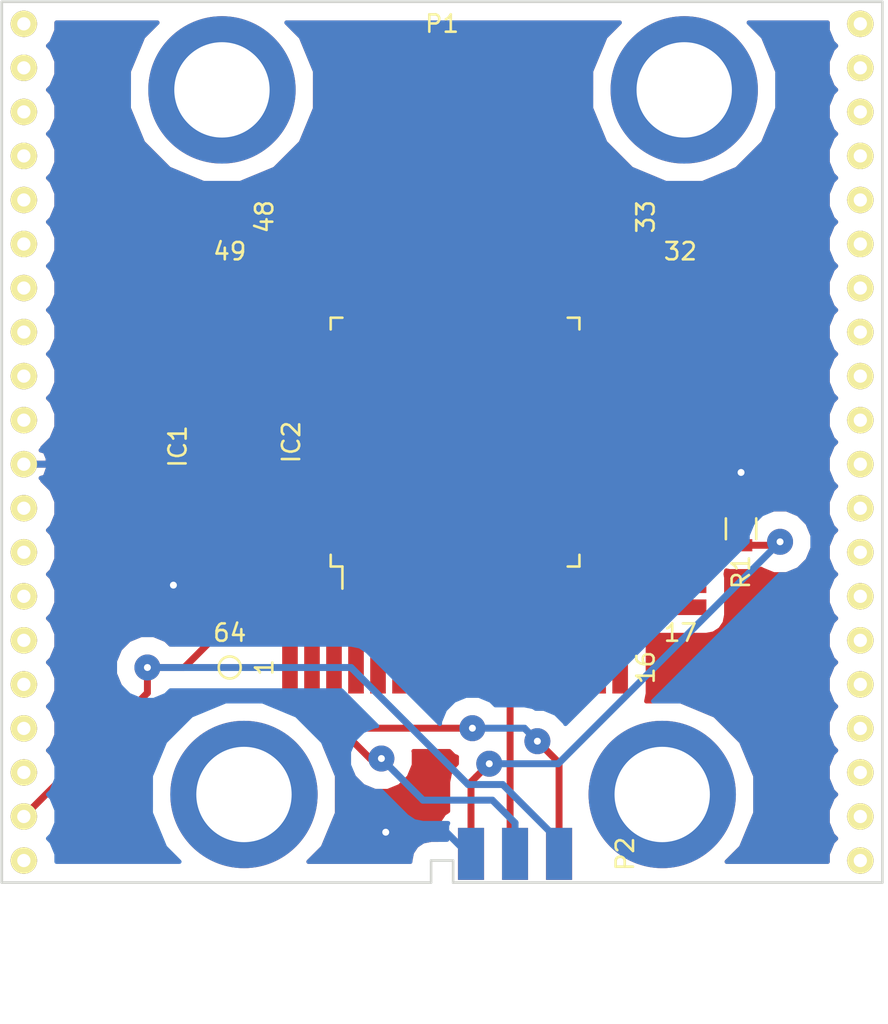
<source format=kicad_pcb>
(kicad_pcb (version 4) (host pcbnew 4.0.2-stable)

  (general
    (links 78)
    (no_connects 0)
    (area 122.776099 79.278599 174.250001 138.825001)
    (thickness 1.6)
    (drawings 0)
    (tracks 286)
    (zones 0)
    (modules 5)
    (nets 61)
  )

  (page A4)
  (layers
    (0 F.Cu signal)
    (31 B.Cu signal)
    (32 B.Adhes user)
    (33 F.Adhes user)
    (34 B.Paste user)
    (35 F.Paste user)
    (36 B.SilkS user)
    (37 F.SilkS user)
    (38 B.Mask user)
    (39 F.Mask user)
    (40 Dwgs.User user)
    (41 Cmts.User user)
    (42 Eco1.User user)
    (43 Eco2.User user)
    (44 Edge.Cuts user)
    (45 Margin user)
    (46 B.CrtYd user)
    (47 F.CrtYd user)
    (48 B.Fab user)
    (49 F.Fab user)
  )

  (setup
    (last_trace_width 0.4)
    (user_trace_width 0.4)
    (user_trace_width 0.5)
    (trace_clearance 0.25)
    (zone_clearance 1)
    (zone_45_only no)
    (trace_min 0.4)
    (segment_width 0.2)
    (edge_width 0.15)
    (via_size 1.5)
    (via_drill 0.4)
    (via_min_size 0.4)
    (via_min_drill 0.3)
    (uvia_size 0.3)
    (uvia_drill 0.1)
    (uvias_allowed no)
    (uvia_min_size 0.2)
    (uvia_min_drill 0.1)
    (pcb_text_width 0.3)
    (pcb_text_size 1.5 1.5)
    (mod_edge_width 0.15)
    (mod_text_size 1 1)
    (mod_text_width 0.15)
    (pad_size 3 0.55)
    (pad_drill 0)
    (pad_to_mask_clearance 0.2)
    (aux_axis_origin 0 0)
    (visible_elements FFFFFF7F)
    (pcbplotparams
      (layerselection 0x00030_80000001)
      (usegerberextensions false)
      (excludeedgelayer true)
      (linewidth 0.100000)
      (plotframeref false)
      (viasonmask false)
      (mode 1)
      (useauxorigin false)
      (hpglpennumber 1)
      (hpglpenspeed 20)
      (hpglpendiameter 15)
      (hpglpenoverlay 2)
      (psnegative false)
      (psa4output false)
      (plotreference true)
      (plotvalue true)
      (plotinvisibletext false)
      (padsonsilk false)
      (subtractmaskfromsilk false)
      (outputformat 1)
      (mirror false)
      (drillshape 1)
      (scaleselection 1)
      (outputdirectory ""))
  )

  (net 0 "")
  (net 1 GND)
  (net 2 "Net-(IC1-Pad1)")
  (net 3 "Net-(IC1-Pad4)")
  (net 4 "Net-(IC1-Pad5)")
  (net 5 "Net-(IC1-Pad6)")
  (net 6 "Net-(IC1-Pad7)")
  (net 7 "Net-(IC1-Pad8)")
  (net 8 "Net-(IC1-Pad9)")
  (net 9 "Net-(IC1-Pad10)")
  (net 10 "Net-(IC1-Pad12)")
  (net 11 "Net-(IC1-Pad13)")
  (net 12 "Net-(IC1-Pad14)")
  (net 13 "Net-(IC1-Pad15)")
  (net 14 "Net-(IC1-Pad16)")
  (net 15 "Net-(IC1-Pad17)")
  (net 16 "Net-(IC1-Pad18)")
  (net 17 "Net-(IC1-Pad19)")
  (net 18 "Net-(IC1-Pad23)")
  (net 19 "Net-(IC1-Pad24)")
  (net 20 "Net-(IC1-Pad25)")
  (net 21 "Net-(IC1-Pad26)")
  (net 22 "Net-(IC1-Pad27)")
  (net 23 "Net-(IC1-Pad28)")
  (net 24 "Net-(IC1-Pad29)")
  (net 25 "Net-(IC1-Pad30)")
  (net 26 "Net-(IC1-Pad31)")
  (net 27 "Net-(IC1-Pad32)")
  (net 28 "Net-(IC1-Pad33)")
  (net 29 "Net-(IC1-Pad34)")
  (net 30 "Net-(IC1-Pad35)")
  (net 31 "Net-(IC1-Pad36)")
  (net 32 "Net-(IC1-Pad37)")
  (net 33 "Net-(IC1-Pad38)")
  (net 34 "Net-(IC1-Pad39)")
  (net 35 "Net-(IC1-Pad40)")
  (net 36 "Net-(IC1-Pad41)")
  (net 37 "Net-(IC1-Pad42)")
  (net 38 "Net-(IC1-Pad43)")
  (net 39 "Net-(IC1-Pad44)")
  (net 40 "Net-(IC1-Pad45)")
  (net 41 "Net-(IC1-Pad46)")
  (net 42 "Net-(IC1-Pad47)")
  (net 43 "Net-(IC1-Pad48)")
  (net 44 "Net-(IC1-Pad49)")
  (net 45 "Net-(IC1-Pad50)")
  (net 46 "Net-(IC1-Pad51)")
  (net 47 "Net-(IC1-Pad54)")
  (net 48 "Net-(IC1-Pad55)")
  (net 49 "Net-(IC1-Pad56)")
  (net 50 "Net-(IC1-Pad57)")
  (net 51 "Net-(IC1-Pad58)")
  (net 52 "Net-(IC1-Pad59)")
  (net 53 "Net-(IC1-Pad60)")
  (net 54 "Net-(IC1-Pad61)")
  (net 55 "Net-(IC1-Pad62)")
  (net 56 /SCK)
  (net 57 //RESET)
  (net 58 +5V)
  (net 59 /PDI)
  (net 60 /PDO)

  (net_class Default "This is the default net class."
    (clearance 0.25)
    (trace_width 0.4)
    (via_dia 1.5)
    (via_drill 0.4)
    (uvia_dia 0.3)
    (uvia_drill 0.1)
    (add_net +5V)
    (add_net //RESET)
    (add_net /PDI)
    (add_net /PDO)
    (add_net /SCK)
    (add_net GND)
    (add_net "Net-(IC1-Pad1)")
    (add_net "Net-(IC1-Pad10)")
    (add_net "Net-(IC1-Pad12)")
    (add_net "Net-(IC1-Pad13)")
    (add_net "Net-(IC1-Pad14)")
    (add_net "Net-(IC1-Pad15)")
    (add_net "Net-(IC1-Pad16)")
    (add_net "Net-(IC1-Pad17)")
    (add_net "Net-(IC1-Pad18)")
    (add_net "Net-(IC1-Pad19)")
    (add_net "Net-(IC1-Pad23)")
    (add_net "Net-(IC1-Pad24)")
    (add_net "Net-(IC1-Pad25)")
    (add_net "Net-(IC1-Pad26)")
    (add_net "Net-(IC1-Pad27)")
    (add_net "Net-(IC1-Pad28)")
    (add_net "Net-(IC1-Pad29)")
    (add_net "Net-(IC1-Pad30)")
    (add_net "Net-(IC1-Pad31)")
    (add_net "Net-(IC1-Pad32)")
    (add_net "Net-(IC1-Pad33)")
    (add_net "Net-(IC1-Pad34)")
    (add_net "Net-(IC1-Pad35)")
    (add_net "Net-(IC1-Pad36)")
    (add_net "Net-(IC1-Pad37)")
    (add_net "Net-(IC1-Pad38)")
    (add_net "Net-(IC1-Pad39)")
    (add_net "Net-(IC1-Pad4)")
    (add_net "Net-(IC1-Pad40)")
    (add_net "Net-(IC1-Pad41)")
    (add_net "Net-(IC1-Pad42)")
    (add_net "Net-(IC1-Pad43)")
    (add_net "Net-(IC1-Pad44)")
    (add_net "Net-(IC1-Pad45)")
    (add_net "Net-(IC1-Pad46)")
    (add_net "Net-(IC1-Pad47)")
    (add_net "Net-(IC1-Pad48)")
    (add_net "Net-(IC1-Pad49)")
    (add_net "Net-(IC1-Pad5)")
    (add_net "Net-(IC1-Pad50)")
    (add_net "Net-(IC1-Pad51)")
    (add_net "Net-(IC1-Pad54)")
    (add_net "Net-(IC1-Pad55)")
    (add_net "Net-(IC1-Pad56)")
    (add_net "Net-(IC1-Pad57)")
    (add_net "Net-(IC1-Pad58)")
    (add_net "Net-(IC1-Pad59)")
    (add_net "Net-(IC1-Pad6)")
    (add_net "Net-(IC1-Pad60)")
    (add_net "Net-(IC1-Pad61)")
    (add_net "Net-(IC1-Pad62)")
    (add_net "Net-(IC1-Pad7)")
    (add_net "Net-(IC1-Pad8)")
    (add_net "Net-(IC1-Pad9)")
  )

  (module SCUBE:scube40 (layer F.Cu) (tedit 575FF9D1) (tstamp 577D68AA)
    (at 148.5011 105.0036)
    (path /577D5086)
    (fp_text reference P1 (at 0 -24.13) (layer F.SilkS)
      (effects (font (size 1 1) (thickness 0.15)))
    )
    (fp_text value SCUBE40 (at 0 -22.86) (layer F.Fab)
      (effects (font (size 1 1) (thickness 0.15)))
    )
    (fp_line (start -25.4 25.4) (end -25.4 -25.4) (layer Edge.Cuts) (width 0.15))
    (fp_line (start 25.4 25.4) (end 0.635 25.4) (layer Edge.Cuts) (width 0.15))
    (fp_line (start 25.4 -25.4) (end 25.4 25.4) (layer Edge.Cuts) (width 0.15))
    (fp_line (start -25.4 -25.4) (end 25.4 -25.4) (layer Edge.Cuts) (width 0.15))
    (fp_line (start -0.635 25.4) (end -25.4 25.4) (layer Edge.Cuts) (width 0.15))
    (fp_line (start -0.635 24.13) (end -0.635 25.4) (layer Edge.Cuts) (width 0.15))
    (fp_line (start 0.635 24.13) (end -0.635 24.13) (layer Edge.Cuts) (width 0.15))
    (fp_line (start 0.635 25.4) (end 0.635 24.13) (layer Edge.Cuts) (width 0.15))
    (pad 1 thru_hole circle (at -24.13 -24.13) (size 1.524 1.524) (drill 0.762) (layers *.Cu *.Mask F.SilkS))
    (pad 2 thru_hole circle (at -24.13 -21.59) (size 1.524 1.524) (drill 0.762) (layers *.Cu *.Mask F.SilkS))
    (pad 3 thru_hole circle (at -24.13 -19.05) (size 1.524 1.524) (drill 0.762) (layers *.Cu *.Mask F.SilkS))
    (pad 4 thru_hole circle (at -24.13 -16.51) (size 1.524 1.524) (drill 0.762) (layers *.Cu *.Mask F.SilkS))
    (pad 5 thru_hole circle (at -24.13 -13.97) (size 1.524 1.524) (drill 0.762) (layers *.Cu *.Mask F.SilkS))
    (pad 6 thru_hole circle (at -24.13 -11.43) (size 1.524 1.524) (drill 0.762) (layers *.Cu *.Mask F.SilkS))
    (pad 7 thru_hole circle (at -24.13 -8.89) (size 1.524 1.524) (drill 0.762) (layers *.Cu *.Mask F.SilkS))
    (pad 8 thru_hole circle (at -24.13 -6.35) (size 1.524 1.524) (drill 0.762) (layers *.Cu *.Mask F.SilkS))
    (pad 9 thru_hole circle (at -24.13 -3.81) (size 1.524 1.524) (drill 0.762) (layers *.Cu *.Mask F.SilkS))
    (pad 10 thru_hole circle (at -24.13 -1.27) (size 1.524 1.524) (drill 0.762) (layers *.Cu *.Mask F.SilkS))
    (pad 11 thru_hole circle (at -24.13 1.27) (size 1.524 1.524) (drill 0.762) (layers *.Cu *.Mask F.SilkS)
      (net 1 GND))
    (pad 12 thru_hole circle (at -24.13 3.81) (size 1.524 1.524) (drill 0.762) (layers *.Cu *.Mask F.SilkS))
    (pad 13 thru_hole circle (at -24.13 6.35) (size 1.524 1.524) (drill 0.762) (layers *.Cu *.Mask F.SilkS))
    (pad 14 thru_hole circle (at -24.13 8.89) (size 1.524 1.524) (drill 0.762) (layers *.Cu *.Mask F.SilkS))
    (pad 15 thru_hole circle (at -24.13 11.43) (size 1.524 1.524) (drill 0.762) (layers *.Cu *.Mask F.SilkS))
    (pad 16 thru_hole circle (at -24.13 13.97) (size 1.524 1.524) (drill 0.762) (layers *.Cu *.Mask F.SilkS))
    (pad 17 thru_hole circle (at -24.13 16.51) (size 1.524 1.524) (drill 0.762) (layers *.Cu *.Mask F.SilkS))
    (pad 18 thru_hole circle (at -24.13 19.05) (size 1.524 1.524) (drill 0.762) (layers *.Cu *.Mask F.SilkS))
    (pad 19 thru_hole circle (at -24.13 21.59) (size 1.524 1.524) (drill 0.762) (layers *.Cu *.Mask F.SilkS)
      (net 58 +5V))
    (pad 20 thru_hole circle (at -24.13 24.13) (size 1.524 1.524) (drill 0.762) (layers *.Cu *.Mask F.SilkS))
    (pad 21 thru_hole circle (at 24.13 24.13) (size 1.524 1.524) (drill 0.762) (layers *.Cu *.Mask F.SilkS))
    (pad 22 thru_hole circle (at 24.13 21.59) (size 1.524 1.524) (drill 0.762) (layers *.Cu *.Mask F.SilkS))
    (pad 23 thru_hole circle (at 24.13 19.05) (size 1.524 1.524) (drill 0.762) (layers *.Cu *.Mask F.SilkS))
    (pad 24 thru_hole circle (at 24.13 16.51) (size 1.524 1.524) (drill 0.762) (layers *.Cu *.Mask F.SilkS))
    (pad 25 thru_hole circle (at 24.13 13.97) (size 1.524 1.524) (drill 0.762) (layers *.Cu *.Mask F.SilkS))
    (pad 26 thru_hole circle (at 24.13 11.43) (size 1.524 1.524) (drill 0.762) (layers *.Cu *.Mask F.SilkS))
    (pad 27 thru_hole circle (at 24.13 8.89) (size 1.524 1.524) (drill 0.762) (layers *.Cu *.Mask F.SilkS))
    (pad 28 thru_hole circle (at 24.13 6.35) (size 1.524 1.524) (drill 0.762) (layers *.Cu *.Mask F.SilkS))
    (pad 29 thru_hole circle (at 24.13 3.81) (size 1.524 1.524) (drill 0.762) (layers *.Cu *.Mask F.SilkS))
    (pad 30 thru_hole circle (at 24.13 1.27) (size 1.524 1.524) (drill 0.762) (layers *.Cu *.Mask F.SilkS))
    (pad 31 thru_hole circle (at 24.13 -1.27) (size 1.524 1.524) (drill 0.762) (layers *.Cu *.Mask F.SilkS))
    (pad 32 thru_hole circle (at 24.13 -3.81) (size 1.524 1.524) (drill 0.762) (layers *.Cu *.Mask F.SilkS))
    (pad 33 thru_hole circle (at 24.13 -6.35) (size 1.524 1.524) (drill 0.762) (layers *.Cu *.Mask F.SilkS))
    (pad 34 thru_hole circle (at 24.13 -8.89) (size 1.524 1.524) (drill 0.762) (layers *.Cu *.Mask F.SilkS))
    (pad 35 thru_hole circle (at 24.13 -11.43) (size 1.524 1.524) (drill 0.762) (layers *.Cu *.Mask F.SilkS))
    (pad 36 thru_hole circle (at 24.13 -13.97) (size 1.524 1.524) (drill 0.762) (layers *.Cu *.Mask F.SilkS))
    (pad 37 thru_hole circle (at 24.13 -16.51) (size 1.524 1.524) (drill 0.762) (layers *.Cu *.Mask F.SilkS))
    (pad 38 thru_hole circle (at 24.13 -19.05) (size 1.524 1.524) (drill 0.762) (layers *.Cu *.Mask F.SilkS))
    (pad 39 thru_hole circle (at 24.13 -21.59) (size 1.524 1.524) (drill 0.762) (layers *.Cu *.Mask F.SilkS))
    (pad 40 thru_hole circle (at 24.13 -24.13) (size 1.524 1.524) (drill 0.762) (layers *.Cu *.Mask F.SilkS))
    (pad "" np_thru_hole circle (at -12.7 -20.32) (size 8.5 8.5) (drill 5.5) (layers *.Cu))
    (pad "" np_thru_hole circle (at -11.43 20.32) (size 8.5 8.5) (drill 5.5) (layers *.Cu))
    (pad "" np_thru_hole circle (at 12.7 20.32) (size 8.5 8.5) (drill 5.5) (layers *.Cu))
    (pad "" np_thru_hole circle (at 13.97 -20.32) (size 8.5 8.5) (drill 5.5) (layers *.Cu))
  )

  (module Housings_QFP:TQFP-64_14x14mm_Pitch0.8mm (layer F.Cu) (tedit 54130A77) (tstamp 577F81F6)
    (at 149.25 105 90)
    (descr "64-Lead Plastic Thin Quad Flatpack (PF) - 14x14x1 mm Body, 2.00 mm [TQFP] (see Microchip Packaging Specification 00000049BS.pdf)")
    (tags "QFP 0.8")
    (path /577F7479)
    (attr smd)
    (fp_text reference IC2 (at 0 -9.45 90) (layer F.SilkS)
      (effects (font (size 1 1) (thickness 0.15)))
    )
    (fp_text value ATMEGA128-A (at 0 9.45 90) (layer F.Fab)
      (effects (font (size 1 1) (thickness 0.15)))
    )
    (fp_line (start -8.7 -8.7) (end -8.7 8.7) (layer F.CrtYd) (width 0.05))
    (fp_line (start 8.7 -8.7) (end 8.7 8.7) (layer F.CrtYd) (width 0.05))
    (fp_line (start -8.7 -8.7) (end 8.7 -8.7) (layer F.CrtYd) (width 0.05))
    (fp_line (start -8.7 8.7) (end 8.7 8.7) (layer F.CrtYd) (width 0.05))
    (fp_line (start -7.175 -7.175) (end -7.175 -6.5) (layer F.SilkS) (width 0.15))
    (fp_line (start 7.175 -7.175) (end 7.175 -6.5) (layer F.SilkS) (width 0.15))
    (fp_line (start 7.175 7.175) (end 7.175 6.5) (layer F.SilkS) (width 0.15))
    (fp_line (start -7.175 7.175) (end -7.175 6.5) (layer F.SilkS) (width 0.15))
    (fp_line (start -7.175 -7.175) (end -6.5 -7.175) (layer F.SilkS) (width 0.15))
    (fp_line (start -7.175 7.175) (end -6.5 7.175) (layer F.SilkS) (width 0.15))
    (fp_line (start 7.175 7.175) (end 6.5 7.175) (layer F.SilkS) (width 0.15))
    (fp_line (start 7.175 -7.175) (end 6.5 -7.175) (layer F.SilkS) (width 0.15))
    (fp_line (start -7.175 -6.5) (end -8.45 -6.5) (layer F.SilkS) (width 0.15))
    (pad 1 smd rect (at -7.7 -6 90) (size 1.5 0.55) (layers F.Cu F.Paste F.Mask)
      (net 2 "Net-(IC1-Pad1)"))
    (pad 2 smd rect (at -7.7 -5.2 90) (size 1.5 0.55) (layers F.Cu F.Paste F.Mask)
      (net 59 /PDI))
    (pad 3 smd rect (at -7.7 -4.4 90) (size 1.5 0.55) (layers F.Cu F.Paste F.Mask)
      (net 60 /PDO))
    (pad 4 smd rect (at -7.7 -3.6 90) (size 1.5 0.55) (layers F.Cu F.Paste F.Mask)
      (net 3 "Net-(IC1-Pad4)"))
    (pad 5 smd rect (at -7.7 -2.8 90) (size 1.5 0.55) (layers F.Cu F.Paste F.Mask)
      (net 4 "Net-(IC1-Pad5)"))
    (pad 6 smd rect (at -7.7 -2 90) (size 1.5 0.55) (layers F.Cu F.Paste F.Mask)
      (net 5 "Net-(IC1-Pad6)"))
    (pad 7 smd rect (at -7.7 -1.2 90) (size 1.5 0.55) (layers F.Cu F.Paste F.Mask)
      (net 6 "Net-(IC1-Pad7)"))
    (pad 8 smd rect (at -7.7 -0.4 90) (size 1.5 0.55) (layers F.Cu F.Paste F.Mask)
      (net 7 "Net-(IC1-Pad8)"))
    (pad 9 smd rect (at -7.7 0.4 90) (size 1.5 0.55) (layers F.Cu F.Paste F.Mask)
      (net 8 "Net-(IC1-Pad9)"))
    (pad 10 smd rect (at -7.7 1.2 90) (size 1.5 0.55) (layers F.Cu F.Paste F.Mask)
      (net 9 "Net-(IC1-Pad10)"))
    (pad 11 smd rect (at -7.7 2 90) (size 1.5 0.55) (layers F.Cu F.Paste F.Mask)
      (net 56 /SCK))
    (pad 12 smd rect (at -7.7 2.8 90) (size 1.5 0.55) (layers F.Cu F.Paste F.Mask)
      (net 10 "Net-(IC1-Pad12)"))
    (pad 13 smd rect (at -7.7 3.6 90) (size 1.5 0.55) (layers F.Cu F.Paste F.Mask)
      (net 11 "Net-(IC1-Pad13)"))
    (pad 14 smd rect (at -7.7 4.4 90) (size 1.5 0.55) (layers F.Cu F.Paste F.Mask)
      (net 12 "Net-(IC1-Pad14)"))
    (pad 15 smd rect (at -7.7 5.2 90) (size 1.5 0.55) (layers F.Cu F.Paste F.Mask)
      (net 13 "Net-(IC1-Pad15)"))
    (pad 16 smd rect (at -7.7 6 90) (size 1.5 0.55) (layers F.Cu F.Paste F.Mask)
      (net 14 "Net-(IC1-Pad16)"))
    (pad 17 smd rect (at -6 7.7 180) (size 1.5 0.55) (layers F.Cu F.Paste F.Mask)
      (net 15 "Net-(IC1-Pad17)"))
    (pad 18 smd rect (at -5.2 7.7 180) (size 1.5 0.55) (layers F.Cu F.Paste F.Mask)
      (net 16 "Net-(IC1-Pad18)"))
    (pad 19 smd rect (at -4.4 7.7 180) (size 1.5 0.55) (layers F.Cu F.Paste F.Mask)
      (net 17 "Net-(IC1-Pad19)"))
    (pad 20 smd rect (at -3.6 7.7 180) (size 1.5 0.55) (layers F.Cu F.Paste F.Mask)
      (net 57 //RESET))
    (pad 21 smd rect (at -2.8 7.7 180) (size 1.5 0.55) (layers F.Cu F.Paste F.Mask)
      (net 58 +5V))
    (pad 22 smd rect (at -2 7.7 180) (size 1.5 0.55) (layers F.Cu F.Paste F.Mask)
      (net 1 GND))
    (pad 23 smd rect (at -1.2 7.7 180) (size 1.5 0.55) (layers F.Cu F.Paste F.Mask)
      (net 18 "Net-(IC1-Pad23)"))
    (pad 24 smd rect (at -0.4 7.7 180) (size 1.5 0.55) (layers F.Cu F.Paste F.Mask)
      (net 19 "Net-(IC1-Pad24)"))
    (pad 25 smd rect (at 0.4 7.7 180) (size 1.5 0.55) (layers F.Cu F.Paste F.Mask)
      (net 20 "Net-(IC1-Pad25)"))
    (pad 26 smd rect (at 1.2 7.7 180) (size 1.5 0.55) (layers F.Cu F.Paste F.Mask)
      (net 21 "Net-(IC1-Pad26)"))
    (pad 27 smd rect (at 2 7.7 180) (size 1.5 0.55) (layers F.Cu F.Paste F.Mask)
      (net 22 "Net-(IC1-Pad27)"))
    (pad 28 smd rect (at 2.8 7.7 180) (size 1.5 0.55) (layers F.Cu F.Paste F.Mask)
      (net 23 "Net-(IC1-Pad28)"))
    (pad 29 smd rect (at 3.6 7.7 180) (size 1.5 0.55) (layers F.Cu F.Paste F.Mask)
      (net 24 "Net-(IC1-Pad29)"))
    (pad 30 smd rect (at 4.4 7.7 180) (size 1.5 0.55) (layers F.Cu F.Paste F.Mask)
      (net 25 "Net-(IC1-Pad30)"))
    (pad 31 smd rect (at 5.2 7.7 180) (size 1.5 0.55) (layers F.Cu F.Paste F.Mask)
      (net 26 "Net-(IC1-Pad31)"))
    (pad 32 smd rect (at 6 7.7 180) (size 1.5 0.55) (layers F.Cu F.Paste F.Mask)
      (net 27 "Net-(IC1-Pad32)"))
    (pad 33 smd rect (at 7.7 6 90) (size 1.5 0.55) (layers F.Cu F.Paste F.Mask)
      (net 28 "Net-(IC1-Pad33)"))
    (pad 34 smd rect (at 7.7 5.2 90) (size 1.5 0.55) (layers F.Cu F.Paste F.Mask)
      (net 29 "Net-(IC1-Pad34)"))
    (pad 35 smd rect (at 7.7 4.4 90) (size 1.5 0.55) (layers F.Cu F.Paste F.Mask)
      (net 30 "Net-(IC1-Pad35)"))
    (pad 36 smd rect (at 7.7 3.6 90) (size 1.5 0.55) (layers F.Cu F.Paste F.Mask)
      (net 31 "Net-(IC1-Pad36)"))
    (pad 37 smd rect (at 7.7 2.8 90) (size 1.5 0.55) (layers F.Cu F.Paste F.Mask)
      (net 32 "Net-(IC1-Pad37)"))
    (pad 38 smd rect (at 7.7 2 90) (size 1.5 0.55) (layers F.Cu F.Paste F.Mask)
      (net 33 "Net-(IC1-Pad38)"))
    (pad 39 smd rect (at 7.7 1.2 90) (size 1.5 0.55) (layers F.Cu F.Paste F.Mask)
      (net 34 "Net-(IC1-Pad39)"))
    (pad 40 smd rect (at 7.7 0.4 90) (size 1.5 0.55) (layers F.Cu F.Paste F.Mask)
      (net 35 "Net-(IC1-Pad40)"))
    (pad 41 smd rect (at 7.7 -0.4 90) (size 1.5 0.55) (layers F.Cu F.Paste F.Mask)
      (net 36 "Net-(IC1-Pad41)"))
    (pad 42 smd rect (at 7.7 -1.2 90) (size 1.5 0.55) (layers F.Cu F.Paste F.Mask)
      (net 37 "Net-(IC1-Pad42)"))
    (pad 43 smd rect (at 7.7 -2 90) (size 1.5 0.55) (layers F.Cu F.Paste F.Mask)
      (net 38 "Net-(IC1-Pad43)"))
    (pad 44 smd rect (at 7.7 -2.8 90) (size 1.5 0.55) (layers F.Cu F.Paste F.Mask)
      (net 39 "Net-(IC1-Pad44)"))
    (pad 45 smd rect (at 7.7 -3.6 90) (size 1.5 0.55) (layers F.Cu F.Paste F.Mask)
      (net 40 "Net-(IC1-Pad45)"))
    (pad 46 smd rect (at 7.7 -4.4 90) (size 1.5 0.55) (layers F.Cu F.Paste F.Mask)
      (net 41 "Net-(IC1-Pad46)"))
    (pad 47 smd rect (at 7.7 -5.2 90) (size 1.5 0.55) (layers F.Cu F.Paste F.Mask)
      (net 42 "Net-(IC1-Pad47)"))
    (pad 48 smd rect (at 7.7 -6 90) (size 1.5 0.55) (layers F.Cu F.Paste F.Mask)
      (net 43 "Net-(IC1-Pad48)"))
    (pad 49 smd rect (at 6 -7.7 180) (size 1.5 0.55) (layers F.Cu F.Paste F.Mask)
      (net 44 "Net-(IC1-Pad49)"))
    (pad 50 smd rect (at 5.2 -7.7 180) (size 1.5 0.55) (layers F.Cu F.Paste F.Mask)
      (net 45 "Net-(IC1-Pad50)"))
    (pad 51 smd rect (at 4.4 -7.7 180) (size 1.5 0.55) (layers F.Cu F.Paste F.Mask)
      (net 46 "Net-(IC1-Pad51)"))
    (pad 52 smd rect (at 3.6 -7.7 180) (size 1.5 0.55) (layers F.Cu F.Paste F.Mask)
      (net 58 +5V))
    (pad 53 smd rect (at 2.8 -7.7 180) (size 1.5 0.55) (layers F.Cu F.Paste F.Mask)
      (net 1 GND))
    (pad 54 smd rect (at 2 -7.7 180) (size 1.5 0.55) (layers F.Cu F.Paste F.Mask)
      (net 47 "Net-(IC1-Pad54)"))
    (pad 55 smd rect (at 1.2 -7.7 180) (size 1.5 0.55) (layers F.Cu F.Paste F.Mask)
      (net 48 "Net-(IC1-Pad55)"))
    (pad 56 smd rect (at 0.4 -7.7 180) (size 1.5 0.55) (layers F.Cu F.Paste F.Mask)
      (net 49 "Net-(IC1-Pad56)"))
    (pad 57 smd rect (at -0.4 -7.7 180) (size 1.5 0.55) (layers F.Cu F.Paste F.Mask)
      (net 50 "Net-(IC1-Pad57)"))
    (pad 58 smd rect (at -1.2 -7.7 180) (size 1.5 0.55) (layers F.Cu F.Paste F.Mask)
      (net 51 "Net-(IC1-Pad58)"))
    (pad 59 smd rect (at -2 -7.7 180) (size 1.5 0.55) (layers F.Cu F.Paste F.Mask)
      (net 52 "Net-(IC1-Pad59)"))
    (pad 60 smd rect (at -2.8 -7.7 180) (size 1.5 0.55) (layers F.Cu F.Paste F.Mask)
      (net 53 "Net-(IC1-Pad60)"))
    (pad 61 smd rect (at -3.6 -7.7 180) (size 1.5 0.55) (layers F.Cu F.Paste F.Mask)
      (net 54 "Net-(IC1-Pad61)"))
    (pad 62 smd rect (at -4.4 -7.7 180) (size 1.5 0.55) (layers F.Cu F.Paste F.Mask)
      (net 55 "Net-(IC1-Pad62)"))
    (pad 63 smd rect (at -5.2 -7.7 180) (size 1.5 0.55) (layers F.Cu F.Paste F.Mask)
      (net 1 GND))
    (pad 64 smd rect (at -6 -7.7 180) (size 1.5 0.55) (layers F.Cu F.Paste F.Mask)
      (net 58 +5V))
    (model Housings_QFP.3dshapes/TQFP-64_14x14mm_Pitch0.8mm.wrl
      (at (xyz 0 0 0))
      (scale (xyz 1 1 1))
      (rotate (xyz 0 0 0))
    )
  )

  (module SCUBE:ATmegaS128 (layer F.Cu) (tedit 577F72E3) (tstamp 577F82F4)
    (at 149.25 105 90)
    (path /577D516F)
    (fp_text reference IC1 (at -0.25 -16 90) (layer F.SilkS)
      (effects (font (size 1 1) (thickness 0.15)))
    )
    (fp_text value ATMEGA128-A (at 0.25 -17.75 90) (layer F.Fab)
      (effects (font (size 1 1) (thickness 0.15)))
    )
    (fp_text user 64 (at -11 -13 180) (layer F.SilkS)
      (effects (font (size 1 1) (thickness 0.15)))
    )
    (fp_text user 49 (at 11 -13 180) (layer F.SilkS)
      (effects (font (size 1 1) (thickness 0.15)))
    )
    (fp_text user 48 (at 13 -11 90) (layer F.SilkS)
      (effects (font (size 1 1) (thickness 0.15)))
    )
    (fp_text user 33 (at 13 11 90) (layer F.SilkS)
      (effects (font (size 1 1) (thickness 0.15)))
    )
    (fp_text user 32 (at 11 13 180) (layer F.SilkS)
      (effects (font (size 1 1) (thickness 0.15)))
    )
    (fp_text user 17 (at -11 13 180) (layer F.SilkS)
      (effects (font (size 1 1) (thickness 0.15)))
    )
    (fp_text user 16 (at -13 11 90) (layer F.SilkS)
      (effects (font (size 1 1) (thickness 0.15)))
    )
    (fp_text user 1 (at -13 -11 90) (layer F.SilkS)
      (effects (font (size 1 1) (thickness 0.15)))
    )
    (fp_line (start -11.5 11) (end -11.5 -11) (layer F.CrtYd) (width 0.15))
    (fp_line (start -11 11.5) (end -11.5 11) (layer F.CrtYd) (width 0.15))
    (fp_line (start 11 11.5) (end -11 11.5) (layer F.CrtYd) (width 0.15))
    (fp_line (start 11.5 11) (end 11 11.5) (layer F.CrtYd) (width 0.15))
    (fp_line (start 11.5 -11) (end 11.5 11) (layer F.CrtYd) (width 0.15))
    (fp_line (start 11 -11.5) (end 11.5 -11) (layer F.CrtYd) (width 0.15))
    (fp_line (start -11 -11.5) (end 11 -11.5) (layer F.CrtYd) (width 0.15))
    (fp_line (start -11.5 -11) (end -11 -11.5) (layer F.CrtYd) (width 0.15))
    (fp_circle (center -13 -13) (end -12.365 -13) (layer F.SilkS) (width 0.15))
    (pad 1 smd rect (at -13 -9.525 90) (size 3 0.9) (layers F.Cu F.Paste F.Mask)
      (net 2 "Net-(IC1-Pad1)"))
    (pad 17 smd rect (at -9.525 13 180) (size 3 0.9) (layers F.Cu F.Paste F.Mask)
      (net 15 "Net-(IC1-Pad17)"))
    (pad 33 smd rect (at 13 9.525 270) (size 3 0.9) (layers F.Cu F.Paste F.Mask)
      (net 28 "Net-(IC1-Pad33)"))
    (pad 49 smd rect (at 9.525 -13) (size 3 0.9) (layers F.Cu F.Paste F.Mask)
      (net 44 "Net-(IC1-Pad49)"))
    (pad 2 smd rect (at -13 -8.255 90) (size 3 0.9) (layers F.Cu F.Paste F.Mask)
      (net 59 /PDI))
    (pad 3 smd rect (at -13 -6.985 90) (size 3 0.9) (layers F.Cu F.Paste F.Mask)
      (net 60 /PDO))
    (pad 4 smd rect (at -13 -5.715 90) (size 3 0.9) (layers F.Cu F.Paste F.Mask)
      (net 3 "Net-(IC1-Pad4)"))
    (pad 5 smd rect (at -13 -4.445 90) (size 3 0.9) (layers F.Cu F.Paste F.Mask)
      (net 4 "Net-(IC1-Pad5)"))
    (pad 6 smd rect (at -13 -3.175 90) (size 3 0.9) (layers F.Cu F.Paste F.Mask)
      (net 5 "Net-(IC1-Pad6)"))
    (pad 7 smd rect (at -13 -1.905 90) (size 3 0.9) (layers F.Cu F.Paste F.Mask)
      (net 6 "Net-(IC1-Pad7)"))
    (pad 8 smd rect (at -13 -0.635 90) (size 3 0.9) (layers F.Cu F.Paste F.Mask)
      (net 7 "Net-(IC1-Pad8)"))
    (pad 9 smd rect (at -13 0.635 90) (size 3 0.9) (layers F.Cu F.Paste F.Mask)
      (net 8 "Net-(IC1-Pad9)"))
    (pad 10 smd rect (at -13 1.905 90) (size 3 0.9) (layers F.Cu F.Paste F.Mask)
      (net 9 "Net-(IC1-Pad10)"))
    (pad 11 smd rect (at -13 3.175 90) (size 3 0.9) (layers F.Cu F.Paste F.Mask)
      (net 56 /SCK))
    (pad 12 smd rect (at -13 4.445 90) (size 3 0.9) (layers F.Cu F.Paste F.Mask)
      (net 10 "Net-(IC1-Pad12)"))
    (pad 13 smd rect (at -13 5.715 90) (size 3 0.9) (layers F.Cu F.Paste F.Mask)
      (net 11 "Net-(IC1-Pad13)"))
    (pad 14 smd rect (at -13 6.985 90) (size 3 0.9) (layers F.Cu F.Paste F.Mask)
      (net 12 "Net-(IC1-Pad14)"))
    (pad 15 smd rect (at -13 8.255 90) (size 3 0.9) (layers F.Cu F.Paste F.Mask)
      (net 13 "Net-(IC1-Pad15)"))
    (pad 16 smd rect (at -13 9.525 90) (size 3 0.9) (layers F.Cu F.Paste F.Mask)
      (net 14 "Net-(IC1-Pad16)"))
    (pad 18 smd rect (at -8.255 13 180) (size 3 0.9) (layers F.Cu F.Paste F.Mask)
      (net 16 "Net-(IC1-Pad18)"))
    (pad 19 smd rect (at -6.985 13 180) (size 3 0.9) (layers F.Cu F.Paste F.Mask)
      (net 17 "Net-(IC1-Pad19)"))
    (pad 20 smd rect (at -5.715 13 180) (size 3 0.9) (layers F.Cu F.Paste F.Mask)
      (net 57 //RESET))
    (pad 21 smd rect (at -4.445 13 180) (size 3 0.9) (layers F.Cu F.Paste F.Mask)
      (net 58 +5V))
    (pad 22 smd rect (at -3.175 13 180) (size 3 0.9) (layers F.Cu F.Paste F.Mask)
      (net 1 GND))
    (pad 23 smd rect (at -1.905 13 180) (size 3 0.9) (layers F.Cu F.Paste F.Mask)
      (net 18 "Net-(IC1-Pad23)"))
    (pad 24 smd rect (at -0.635 13 180) (size 3 0.9) (layers F.Cu F.Paste F.Mask)
      (net 19 "Net-(IC1-Pad24)"))
    (pad 25 smd rect (at 0.635 13 180) (size 3 0.9) (layers F.Cu F.Paste F.Mask)
      (net 20 "Net-(IC1-Pad25)"))
    (pad 26 smd rect (at 1.905 13 180) (size 3 0.9) (layers F.Cu F.Paste F.Mask)
      (net 21 "Net-(IC1-Pad26)"))
    (pad 27 smd rect (at 3.175 13 180) (size 3 0.9) (layers F.Cu F.Paste F.Mask)
      (net 22 "Net-(IC1-Pad27)"))
    (pad 28 smd rect (at 4.445 13 180) (size 3 0.9) (layers F.Cu F.Paste F.Mask)
      (net 23 "Net-(IC1-Pad28)"))
    (pad 29 smd rect (at 5.715 13 180) (size 3 0.9) (layers F.Cu F.Paste F.Mask)
      (net 24 "Net-(IC1-Pad29)"))
    (pad 30 smd rect (at 6.985 13 180) (size 3 0.9) (layers F.Cu F.Paste F.Mask)
      (net 25 "Net-(IC1-Pad30)"))
    (pad 31 smd rect (at 8.255 13 180) (size 3 0.9) (layers F.Cu F.Paste F.Mask)
      (net 26 "Net-(IC1-Pad31)"))
    (pad 32 smd rect (at 9.525 13 180) (size 3 0.9) (layers F.Cu F.Paste F.Mask)
      (net 27 "Net-(IC1-Pad32)"))
    (pad 34 smd rect (at 13 8.255 270) (size 3 0.9) (layers F.Cu F.Paste F.Mask)
      (net 29 "Net-(IC1-Pad34)"))
    (pad 35 smd rect (at 13 6.985 270) (size 3 0.9) (layers F.Cu F.Paste F.Mask)
      (net 30 "Net-(IC1-Pad35)"))
    (pad 36 smd rect (at 13 5.715 270) (size 3 0.9) (layers F.Cu F.Paste F.Mask)
      (net 31 "Net-(IC1-Pad36)"))
    (pad 37 smd rect (at 13 4.445 270) (size 3 0.9) (layers F.Cu F.Paste F.Mask)
      (net 32 "Net-(IC1-Pad37)"))
    (pad 38 smd rect (at 13 3.175 270) (size 3 0.9) (layers F.Cu F.Paste F.Mask)
      (net 33 "Net-(IC1-Pad38)"))
    (pad 39 smd rect (at 13 1.905 270) (size 3 0.9) (layers F.Cu F.Paste F.Mask)
      (net 34 "Net-(IC1-Pad39)"))
    (pad 40 smd rect (at 13 0.635 270) (size 3 0.9) (layers F.Cu F.Paste F.Mask)
      (net 35 "Net-(IC1-Pad40)"))
    (pad 41 smd rect (at 13 -0.635 270) (size 3 0.9) (layers F.Cu F.Paste F.Mask)
      (net 36 "Net-(IC1-Pad41)"))
    (pad 42 smd rect (at 13 -1.905 270) (size 3 0.9) (layers F.Cu F.Paste F.Mask)
      (net 37 "Net-(IC1-Pad42)"))
    (pad 43 smd rect (at 13 -3.175 270) (size 3 0.9) (layers F.Cu F.Paste F.Mask)
      (net 38 "Net-(IC1-Pad43)"))
    (pad 44 smd rect (at 13 -4.445 270) (size 3 0.9) (layers F.Cu F.Paste F.Mask)
      (net 39 "Net-(IC1-Pad44)"))
    (pad 45 smd rect (at 13 -5.715 270) (size 3 0.9) (layers F.Cu F.Paste F.Mask)
      (net 40 "Net-(IC1-Pad45)"))
    (pad 46 smd rect (at 13 -6.985 270) (size 3 0.9) (layers F.Cu F.Paste F.Mask)
      (net 41 "Net-(IC1-Pad46)"))
    (pad 47 smd rect (at 13 -8.255 270) (size 3 0.9) (layers F.Cu F.Paste F.Mask)
      (net 42 "Net-(IC1-Pad47)"))
    (pad 48 smd rect (at 13 -9.525 270) (size 3 0.9) (layers F.Cu F.Paste F.Mask)
      (net 43 "Net-(IC1-Pad48)"))
    (pad 50 smd rect (at 8.255 -13) (size 3 0.9) (layers F.Cu F.Paste F.Mask)
      (net 45 "Net-(IC1-Pad50)"))
    (pad 51 smd rect (at 6.985 -13) (size 3 0.9) (layers F.Cu F.Paste F.Mask)
      (net 46 "Net-(IC1-Pad51)"))
    (pad 52 smd rect (at 5.715 -13) (size 3 0.9) (layers F.Cu F.Paste F.Mask)
      (net 58 +5V))
    (pad 53 smd rect (at 4.445 -13) (size 3 0.9) (layers F.Cu F.Paste F.Mask)
      (net 1 GND))
    (pad 54 smd rect (at 3.175 -13) (size 3 0.9) (layers F.Cu F.Paste F.Mask)
      (net 47 "Net-(IC1-Pad54)"))
    (pad 55 smd rect (at 1.905 -13) (size 3 0.9) (layers F.Cu F.Paste F.Mask)
      (net 48 "Net-(IC1-Pad55)"))
    (pad 56 smd rect (at 0.635 -13) (size 3 0.9) (layers F.Cu F.Paste F.Mask)
      (net 49 "Net-(IC1-Pad56)"))
    (pad 57 smd rect (at -0.635 -13) (size 3 0.9) (layers F.Cu F.Paste F.Mask)
      (net 50 "Net-(IC1-Pad57)"))
    (pad 58 smd rect (at -1.905 -13) (size 3 0.9) (layers F.Cu F.Paste F.Mask)
      (net 51 "Net-(IC1-Pad58)"))
    (pad 59 smd rect (at -3.175 -13) (size 3 0.9) (layers F.Cu F.Paste F.Mask)
      (net 52 "Net-(IC1-Pad59)"))
    (pad 60 smd rect (at -4.445 -13) (size 3 0.9) (layers F.Cu F.Paste F.Mask)
      (net 53 "Net-(IC1-Pad60)"))
    (pad 61 smd rect (at -5.715 -13) (size 3 0.9) (layers F.Cu F.Paste F.Mask)
      (net 54 "Net-(IC1-Pad61)"))
    (pad 62 smd rect (at -6.985 -13) (size 3 0.9) (layers F.Cu F.Paste F.Mask)
      (net 55 "Net-(IC1-Pad62)"))
    (pad 63 smd rect (at -8.255 -13) (size 3 0.9) (layers F.Cu F.Paste F.Mask)
      (net 1 GND))
    (pad 64 smd rect (at -9.525 -13) (size 3 0.9) (layers F.Cu F.Paste F.Mask)
      (net 58 +5V))
  )

  (module SCUBE:ISP-edge (layer F.Cu) (tedit 577F7F90) (tstamp 577F8977)
    (at 152.71 128.75 270)
    (path /577F7E75)
    (fp_text reference P2 (at 0 -6.35 270) (layer F.SilkS)
      (effects (font (size 1 1) (thickness 0.15)))
    )
    (fp_text value CONN_02X03 (at 0 -5.08 270) (layer F.Fab)
      (effects (font (size 1 1) (thickness 0.15)))
    )
    (fp_line (start -1 -2.5) (end 1.5 -2.5) (layer F.CrtYd) (width 0.15))
    (fp_line (start 1.5 3.75) (end 1.5 -3.75) (layer F.CrtYd) (width 0.15))
    (fp_line (start 4 3.75) (end 1.5 3.75) (layer F.CrtYd) (width 0.15))
    (fp_line (start 4 -3.75) (end 4 3.75) (layer F.CrtYd) (width 0.15))
    (fp_line (start 1.5 -3.75) (end 4 -3.75) (layer F.CrtYd) (width 0.15))
    (fp_line (start -1 0) (end 1.5 0) (layer F.CrtYd) (width 0.15))
    (fp_line (start -1 2.5) (end 1.5 2.5) (layer F.CrtYd) (width 0.15))
    (fp_line (start 4 -2.5) (end 9.75 -2.5) (layer F.CrtYd) (width 0.15))
    (fp_line (start 4 0) (end 9.75 0) (layer F.CrtYd) (width 0.15))
    (fp_line (start 4 2.5) (end 9.75 2.5) (layer F.CrtYd) (width 0.15))
    (pad 1 smd rect (at 0 -2.54 270) (size 3 1.5) (layers F.Cu F.Paste F.Mask)
      (net 60 /PDO))
    (pad 2 smd rect (at 0 -2.54 270) (size 3 1.5) (layers B.Cu F.Paste F.Mask)
      (net 58 +5V))
    (pad 4 smd rect (at 0 0 270) (size 3 1.5) (layers B.Cu F.Paste F.Mask)
      (net 59 /PDI))
    (pad 6 smd rect (at 0 2.54 270) (size 3 1.5) (layers B.Cu F.Paste F.Mask)
      (net 1 GND))
    (pad 3 smd rect (at 0 0 270) (size 3 1.5) (layers F.Cu F.Paste F.Mask)
      (net 56 /SCK))
    (pad 5 smd rect (at 0 2.54 270) (size 3 1.5) (layers F.Cu F.Paste F.Mask)
      (net 57 //RESET))
  )

  (module Resistors_SMD:R_0805 (layer F.Cu) (tedit 5415CDEB) (tstamp 577F897D)
    (at 165.75 110 90)
    (descr "Resistor SMD 0805, reflow soldering, Vishay (see dcrcw.pdf)")
    (tags "resistor 0805")
    (path /577F8670)
    (attr smd)
    (fp_text reference R1 (at -2.5 0 90) (layer F.SilkS)
      (effects (font (size 1 1) (thickness 0.15)))
    )
    (fp_text value 10k (at 0 2.1 90) (layer F.Fab)
      (effects (font (size 1 1) (thickness 0.15)))
    )
    (fp_line (start -1.6 -1) (end 1.6 -1) (layer F.CrtYd) (width 0.05))
    (fp_line (start -1.6 1) (end 1.6 1) (layer F.CrtYd) (width 0.05))
    (fp_line (start -1.6 -1) (end -1.6 1) (layer F.CrtYd) (width 0.05))
    (fp_line (start 1.6 -1) (end 1.6 1) (layer F.CrtYd) (width 0.05))
    (fp_line (start 0.6 0.875) (end -0.6 0.875) (layer F.SilkS) (width 0.15))
    (fp_line (start -0.6 -0.875) (end 0.6 -0.875) (layer F.SilkS) (width 0.15))
    (pad 1 smd rect (at -0.95 0 90) (size 0.7 1.3) (layers F.Cu F.Paste F.Mask)
      (net 57 //RESET))
    (pad 2 smd rect (at 0.95 0 90) (size 0.7 1.3) (layers F.Cu F.Paste F.Mask)
      (net 58 +5V))
    (model Resistors_SMD.3dshapes/R_0805.wrl
      (at (xyz 0 0 0))
      (scale (xyz 1 1 1))
      (rotate (xyz 0 0 0))
    )
  )

  (segment (start 141.55 102.2) (end 139.45 102.2) (width 0.4) (layer F.Cu) (net 1))
  (segment (start 139.45 102.2) (end 137.805 100.555) (width 0.4) (layer F.Cu) (net 1))
  (segment (start 137.805 100.555) (end 136.25 100.555) (width 0.4) (layer F.Cu) (net 1))
  (segment (start 134.295 100.5) (end 133 100.5) (width 0.4) (layer F.Cu) (net 1))
  (segment (start 136.25 100.555) (end 134.35 100.555) (width 0.4) (layer F.Cu) (net 1))
  (segment (start 134.35 100.555) (end 134.295 100.5) (width 0.4) (layer F.Cu) (net 1))
  (segment (start 148.75 127.5) (end 145.25 127.5) (width 0.4) (layer B.Cu) (net 1))
  (via (at 145.25 127.5) (size 1.5) (drill 0.4) (layers F.Cu B.Cu) (net 1))
  (segment (start 162.25 108.175) (end 164.325 108.175) (width 0.4) (layer F.Cu) (net 1))
  (segment (start 164.325 108.175) (end 165.75 106.75) (width 0.4) (layer F.Cu) (net 1))
  (via (at 165.75 106.75) (size 1.5) (drill 0.4) (layers F.Cu B.Cu) (net 1))
  (segment (start 136.25 113.255) (end 133.005 113.255) (width 0.4) (layer F.Cu) (net 1))
  (segment (start 133.005 113.255) (end 133 113.25) (width 0.4) (layer F.Cu) (net 1))
  (via (at 133 113.25) (size 1.5) (drill 0.4) (layers F.Cu B.Cu) (net 1))
  (segment (start 150.17 128.75) (end 150 128.75) (width 0.4) (layer B.Cu) (net 1))
  (segment (start 150 128.75) (end 148.75 127.5) (width 0.4) (layer B.Cu) (net 1))
  (segment (start 124.3711 106.2736) (end 128.4764 106.2736) (width 0.4) (layer B.Cu) (net 1))
  (segment (start 124.3711 106.2736) (end 128.4764 106.2736) (width 0.4) (layer F.Cu) (net 1))
  (segment (start 160.35 108.175) (end 162.25 108.175) (width 0.4) (layer F.Cu) (net 1))
  (segment (start 159.175 107) (end 160.35 108.175) (width 0.4) (layer F.Cu) (net 1))
  (segment (start 156.95 107) (end 159.175 107) (width 0.4) (layer F.Cu) (net 1))
  (segment (start 141.55 110.2) (end 141.475001 110.274999) (width 0.4) (layer F.Cu) (net 1))
  (segment (start 141.475001 110.274999) (end 140.439999 110.274999) (width 0.4) (layer F.Cu) (net 1))
  (segment (start 140.439999 110.274999) (end 139.25 111.464998) (width 0.4) (layer F.Cu) (net 1))
  (segment (start 139.25 111.464998) (end 139.25 112.155) (width 0.4) (layer F.Cu) (net 1))
  (segment (start 139.25 112.155) (end 138.15 113.255) (width 0.4) (layer F.Cu) (net 1))
  (segment (start 138.15 113.255) (end 136.25 113.255) (width 0.4) (layer F.Cu) (net 1))
  (segment (start 143.25 112.700001) (end 142.574999 112.7) (width 0.4) (layer F.Cu) (net 2))
  (segment (start 139.725 115.55) (end 139.725 116.1) (width 0.4) (layer F.Cu) (net 2))
  (segment (start 142.574999 112.7) (end 139.725 115.55) (width 0.4) (layer F.Cu) (net 2))
  (segment (start 139.725 116.1) (end 139.725 118) (width 0.4) (layer F.Cu) (net 2))
  (segment (start 145.65 112.700001) (end 145.65 114.394998) (width 0.4) (layer F.Cu) (net 3))
  (segment (start 145.65 114.394998) (end 143.535 116.509998) (width 0.4) (layer F.Cu) (net 3))
  (segment (start 143.535 116.509998) (end 143.535 118) (width 0.4) (layer F.Cu) (net 3))
  (segment (start 146.45 112.7) (end 146.45 114.8) (width 0.4) (layer F.Cu) (net 4))
  (segment (start 146.45 114.8) (end 144.805 116.445) (width 0.4) (layer F.Cu) (net 4))
  (segment (start 144.805 116.445) (end 144.805 118) (width 0.4) (layer F.Cu) (net 4))
  (segment (start 147.25 112.7) (end 147.25 115.334998) (width 0.4) (layer F.Cu) (net 5))
  (segment (start 147.25 115.334998) (end 146.074999 116.509998) (width 0.4) (layer F.Cu) (net 5))
  (segment (start 146.074999 116.509998) (end 146.075 118) (width 0.4) (layer F.Cu) (net 5))
  (segment (start 148.05 112.700001) (end 148.05 115.804998) (width 0.4) (layer F.Cu) (net 6))
  (segment (start 148.05 115.804998) (end 147.345 116.509998) (width 0.4) (layer F.Cu) (net 6))
  (segment (start 147.345 116.509998) (end 147.345 118) (width 0.4) (layer F.Cu) (net 6))
  (segment (start 148.85 112.7) (end 148.85 117.765) (width 0.4) (layer F.Cu) (net 7))
  (segment (start 148.85 117.765) (end 148.615 118) (width 0.4) (layer F.Cu) (net 7))
  (segment (start 149.65 112.7) (end 149.65 117.765) (width 0.4) (layer F.Cu) (net 8))
  (segment (start 149.65 117.765) (end 149.885 118) (width 0.4) (layer F.Cu) (net 8))
  (segment (start 150.45 112.700001) (end 150.450001 115.804998) (width 0.4) (layer F.Cu) (net 9))
  (segment (start 150.450001 115.804998) (end 151.154999 116.509998) (width 0.4) (layer F.Cu) (net 9))
  (segment (start 151.154999 116.509998) (end 151.154999 118) (width 0.4) (layer F.Cu) (net 9))
  (segment (start 152.05 112.7) (end 152.05 114.8) (width 0.4) (layer F.Cu) (net 10))
  (segment (start 152.05 114.8) (end 153.695 116.445) (width 0.4) (layer F.Cu) (net 10))
  (segment (start 153.695 116.445) (end 153.695 118) (width 0.4) (layer F.Cu) (net 10))
  (segment (start 152.85 112.700001) (end 152.85 114.350001) (width 0.4) (layer F.Cu) (net 11))
  (segment (start 152.85 114.350001) (end 154.965 116.465) (width 0.4) (layer F.Cu) (net 11))
  (segment (start 154.965 116.465) (end 154.965 118) (width 0.4) (layer F.Cu) (net 11))
  (segment (start 153.65 113.854256) (end 156.235 116.439255) (width 0.4) (layer F.Cu) (net 12))
  (segment (start 153.65 112.7) (end 153.65 113.854256) (width 0.4) (layer F.Cu) (net 12))
  (segment (start 156.235 116.439255) (end 156.234999 118) (width 0.4) (layer F.Cu) (net 12))
  (segment (start 154.45 112.7) (end 154.524999 112.774999) (width 0.4) (layer F.Cu) (net 13))
  (segment (start 154.524999 112.774999) (end 154.524999 113.810001) (width 0.4) (layer F.Cu) (net 13))
  (segment (start 154.524999 113.810001) (end 155.464998 114.75) (width 0.4) (layer F.Cu) (net 13))
  (segment (start 155.464998 114.75) (end 156.154999 114.75) (width 0.4) (layer F.Cu) (net 13))
  (segment (start 156.154999 114.75) (end 157.505 116.1) (width 0.4) (layer F.Cu) (net 13))
  (segment (start 157.505 116.1) (end 157.505 118) (width 0.4) (layer F.Cu) (net 13))
  (segment (start 155.249999 112.7) (end 155.925 112.700001) (width 0.4) (layer F.Cu) (net 14))
  (segment (start 155.925 112.700001) (end 158.775 115.55) (width 0.4) (layer F.Cu) (net 14))
  (segment (start 158.775 115.55) (end 158.775 116.1) (width 0.4) (layer F.Cu) (net 14))
  (segment (start 158.775 116.1) (end 158.775 118) (width 0.4) (layer F.Cu) (net 14))
  (segment (start 156.95 111) (end 156.95 111.675) (width 0.4) (layer F.Cu) (net 15))
  (segment (start 160.35 114.525) (end 162.25 114.525) (width 0.4) (layer F.Cu) (net 15))
  (segment (start 156.95 111.675) (end 159.8 114.525) (width 0.4) (layer F.Cu) (net 15))
  (segment (start 159.8 114.525) (end 160.35 114.525) (width 0.4) (layer F.Cu) (net 15))
  (segment (start 156.95 110.2) (end 157.024999 110.274999) (width 0.4) (layer F.Cu) (net 16))
  (segment (start 158.024999 110.274999) (end 159.25 111.5) (width 0.4) (layer F.Cu) (net 16))
  (segment (start 157.024999 110.274999) (end 158.024999 110.274999) (width 0.4) (layer F.Cu) (net 16))
  (segment (start 159.25 111.5) (end 159.25 112.155) (width 0.4) (layer F.Cu) (net 16))
  (segment (start 159.25 112.155) (end 160.35 113.255) (width 0.4) (layer F.Cu) (net 16))
  (segment (start 160.35 113.255) (end 162.25 113.255) (width 0.4) (layer F.Cu) (net 16))
  (segment (start 158.1 109.4) (end 160.685001 111.985) (width 0.4) (layer F.Cu) (net 17))
  (segment (start 156.95 109.4) (end 158.1 109.4) (width 0.4) (layer F.Cu) (net 17))
  (segment (start 160.685001 111.985) (end 162.25 111.984999) (width 0.4) (layer F.Cu) (net 17))
  (segment (start 156.950001 106.2) (end 160.054998 106.199999) (width 0.4) (layer F.Cu) (net 18))
  (segment (start 160.054998 106.199999) (end 160.759998 106.905) (width 0.4) (layer F.Cu) (net 18))
  (segment (start 160.759998 106.905) (end 162.25 106.905) (width 0.4) (layer F.Cu) (net 18))
  (segment (start 156.95 105.4) (end 162.015 105.4) (width 0.4) (layer F.Cu) (net 19))
  (segment (start 162.015 105.4) (end 162.25 105.635) (width 0.4) (layer F.Cu) (net 19))
  (segment (start 156.95 104.6) (end 162.015 104.6) (width 0.4) (layer F.Cu) (net 20))
  (segment (start 162.015 104.6) (end 162.25 104.365) (width 0.4) (layer F.Cu) (net 20))
  (segment (start 156.95 103.800001) (end 160.054998 103.800001) (width 0.4) (layer F.Cu) (net 21))
  (segment (start 160.054998 103.800001) (end 160.759998 103.095) (width 0.4) (layer F.Cu) (net 21))
  (segment (start 160.759998 103.095) (end 162.25 103.095) (width 0.4) (layer F.Cu) (net 21))
  (segment (start 156.95 103) (end 159.584998 103) (width 0.4) (layer F.Cu) (net 22))
  (segment (start 159.584998 103) (end 160.759998 101.825) (width 0.4) (layer F.Cu) (net 22))
  (segment (start 160.759998 101.825) (end 162.25 101.825) (width 0.4) (layer F.Cu) (net 22))
  (segment (start 156.95 102.2) (end 159.05 102.2) (width 0.4) (layer F.Cu) (net 23))
  (segment (start 159.05 102.2) (end 160.695 100.555) (width 0.4) (layer F.Cu) (net 23))
  (segment (start 160.695 100.555) (end 162.25 100.555) (width 0.4) (layer F.Cu) (net 23))
  (segment (start 156.95 101.400001) (end 158.644998 101.4) (width 0.4) (layer F.Cu) (net 24))
  (segment (start 158.644998 101.4) (end 160.759998 99.285) (width 0.4) (layer F.Cu) (net 24))
  (segment (start 160.759998 99.285) (end 162.25 99.285) (width 0.4) (layer F.Cu) (net 24))
  (segment (start 158.104256 100.6) (end 160.689255 98.015) (width 0.4) (layer F.Cu) (net 25))
  (segment (start 160.689255 98.015) (end 162.25 98.015001) (width 0.4) (layer F.Cu) (net 25))
  (segment (start 156.95 100.6) (end 158.104256 100.6) (width 0.4) (layer F.Cu) (net 25))
  (segment (start 156.95 99.8) (end 157.024999 99.725001) (width 0.4) (layer F.Cu) (net 26))
  (segment (start 157.024999 99.725001) (end 158.060001 99.725001) (width 0.4) (layer F.Cu) (net 26))
  (segment (start 160.35 96.745) (end 162.25 96.745) (width 0.4) (layer F.Cu) (net 26))
  (segment (start 158.060001 99.725001) (end 159.25 98.535002) (width 0.4) (layer F.Cu) (net 26))
  (segment (start 159.25 98.535002) (end 159.25 97.845) (width 0.4) (layer F.Cu) (net 26))
  (segment (start 159.25 97.845) (end 160.35 96.745) (width 0.4) (layer F.Cu) (net 26))
  (segment (start 156.95 99.000001) (end 156.950001 98.325) (width 0.4) (layer F.Cu) (net 27))
  (segment (start 156.950001 98.325) (end 159.8 95.475) (width 0.4) (layer F.Cu) (net 27))
  (segment (start 159.8 95.475) (end 160.35 95.475) (width 0.4) (layer F.Cu) (net 27))
  (segment (start 160.35 95.475) (end 162.25 95.475) (width 0.4) (layer F.Cu) (net 27))
  (segment (start 155.25 97.299999) (end 155.925001 97.3) (width 0.4) (layer F.Cu) (net 28))
  (segment (start 155.925001 97.3) (end 158.775 94.45) (width 0.4) (layer F.Cu) (net 28))
  (segment (start 158.775 93.9) (end 158.775 92) (width 0.4) (layer F.Cu) (net 28))
  (segment (start 158.775 94.45) (end 158.775 93.9) (width 0.4) (layer F.Cu) (net 28))
  (segment (start 154.45 97.3) (end 154.45 96.264998) (width 0.4) (layer F.Cu) (net 29))
  (segment (start 155.714998 95) (end 156.405 95) (width 0.4) (layer F.Cu) (net 29))
  (segment (start 154.45 96.264998) (end 155.714998 95) (width 0.4) (layer F.Cu) (net 29))
  (segment (start 156.405 95) (end 157.505 93.9) (width 0.4) (layer F.Cu) (net 29))
  (segment (start 157.505 93.9) (end 157.505 92) (width 0.4) (layer F.Cu) (net 29))
  (segment (start 153.65 97.3) (end 153.65 96.075002) (width 0.4) (layer F.Cu) (net 30))
  (segment (start 153.65 96.075002) (end 156.235 93.490001) (width 0.4) (layer F.Cu) (net 30))
  (segment (start 156.235 93.490001) (end 156.234999 92) (width 0.4) (layer F.Cu) (net 30))
  (segment (start 154.965 93.840748) (end 154.965 92) (width 0.4) (layer F.Cu) (net 31))
  (segment (start 152.85 95.955748) (end 154.965 93.840748) (width 0.4) (layer F.Cu) (net 31))
  (segment (start 152.850001 97.3) (end 152.85 95.955748) (width 0.4) (layer F.Cu) (net 31))
  (segment (start 152.05 97.3) (end 152.05 95.45) (width 0.4) (layer F.Cu) (net 32))
  (segment (start 153.695 93.805) (end 153.695 92) (width 0.4) (layer F.Cu) (net 32))
  (segment (start 152.05 95.45) (end 153.695 93.805) (width 0.4) (layer F.Cu) (net 32))
  (segment (start 152.425 93.840748) (end 152.425 92) (width 0.4) (layer F.Cu) (net 33))
  (segment (start 151.25 95.015748) (end 152.425 93.840748) (width 0.4) (layer F.Cu) (net 33))
  (segment (start 151.25 97.3) (end 151.25 95.015748) (width 0.4) (layer F.Cu) (net 33))
  (segment (start 150.450001 97.3) (end 150.450001 94.195002) (width 0.4) (layer F.Cu) (net 34))
  (segment (start 150.450001 94.195002) (end 151.155 93.490001) (width 0.4) (layer F.Cu) (net 34))
  (segment (start 151.155 93.490001) (end 151.154999 92) (width 0.4) (layer F.Cu) (net 34))
  (segment (start 149.65 97.3) (end 149.65 92.235) (width 0.4) (layer F.Cu) (net 35))
  (segment (start 149.65 92.235) (end 149.885 92) (width 0.4) (layer F.Cu) (net 35))
  (segment (start 148.85 97.3) (end 148.85 92.235) (width 0.4) (layer F.Cu) (net 36))
  (segment (start 148.85 92.235) (end 148.615 92) (width 0.4) (layer F.Cu) (net 36))
  (segment (start 148.050001 97.3) (end 148.05 94.195002) (width 0.4) (layer F.Cu) (net 37))
  (segment (start 148.05 94.195002) (end 147.345 93.490002) (width 0.4) (layer F.Cu) (net 37))
  (segment (start 147.345 93.490002) (end 147.345 92) (width 0.4) (layer F.Cu) (net 37))
  (segment (start 147.25 97.3) (end 147.25 94.665002) (width 0.4) (layer F.Cu) (net 38))
  (segment (start 147.25 94.665002) (end 146.074999 93.490002) (width 0.4) (layer F.Cu) (net 38))
  (segment (start 146.074999 93.490002) (end 146.075 92) (width 0.4) (layer F.Cu) (net 38))
  (segment (start 146.45 97.3) (end 146.45 95.2) (width 0.4) (layer F.Cu) (net 39))
  (segment (start 146.45 95.2) (end 144.805 93.555) (width 0.4) (layer F.Cu) (net 39))
  (segment (start 144.805 93.555) (end 144.805 92) (width 0.4) (layer F.Cu) (net 39))
  (segment (start 145.650001 97.3) (end 145.65 95.605002) (width 0.4) (layer F.Cu) (net 40))
  (segment (start 145.65 95.605002) (end 143.535 93.490002) (width 0.4) (layer F.Cu) (net 40))
  (segment (start 143.535 93.490002) (end 143.535 92) (width 0.4) (layer F.Cu) (net 40))
  (segment (start 144.85 97.3) (end 144.85 96.145744) (width 0.4) (layer F.Cu) (net 41))
  (segment (start 142.265 93.560744) (end 142.265 92) (width 0.4) (layer F.Cu) (net 41))
  (segment (start 144.85 96.145744) (end 142.265 93.560744) (width 0.4) (layer F.Cu) (net 41))
  (segment (start 144.05 97.3) (end 143.975001 97.225001) (width 0.4) (layer F.Cu) (net 42))
  (segment (start 143.975001 97.225001) (end 143.975001 96.189999) (width 0.4) (layer F.Cu) (net 42))
  (segment (start 143.975001 96.189999) (end 142.785002 95) (width 0.4) (layer F.Cu) (net 42))
  (segment (start 142.785002 95) (end 142.095 95) (width 0.4) (layer F.Cu) (net 42))
  (segment (start 142.095 95) (end 140.995 93.9) (width 0.4) (layer F.Cu) (net 42))
  (segment (start 140.995 93.9) (end 140.995 92) (width 0.4) (layer F.Cu) (net 42))
  (segment (start 139.725 93.9) (end 139.725 92) (width 0.4) (layer F.Cu) (net 43))
  (segment (start 143.250001 97.3) (end 142.575 97.299999) (width 0.4) (layer F.Cu) (net 43))
  (segment (start 142.575 97.299999) (end 139.725 94.45) (width 0.4) (layer F.Cu) (net 43))
  (segment (start 139.725 94.45) (end 139.725 93.9) (width 0.4) (layer F.Cu) (net 43))
  (segment (start 141.549999 99) (end 141.55 98.324999) (width 0.4) (layer F.Cu) (net 44))
  (segment (start 141.55 98.324999) (end 138.7 95.475) (width 0.4) (layer F.Cu) (net 44))
  (segment (start 138.7 95.475) (end 138.15 95.475) (width 0.4) (layer F.Cu) (net 44))
  (segment (start 138.15 95.475) (end 136.25 95.475) (width 0.4) (layer F.Cu) (net 44))
  (segment (start 141.55 99.8) (end 141.475001 99.725001) (width 0.4) (layer F.Cu) (net 45))
  (segment (start 139.5 98.785002) (end 139.499999 98.095) (width 0.4) (layer F.Cu) (net 45))
  (segment (start 141.475001 99.725001) (end 140.439999 99.725001) (width 0.4) (layer F.Cu) (net 45))
  (segment (start 140.439999 99.725001) (end 139.5 98.785002) (width 0.4) (layer F.Cu) (net 45))
  (segment (start 139.499999 98.095) (end 138.15 96.745) (width 0.4) (layer F.Cu) (net 45))
  (segment (start 138.15 96.745) (end 136.25 96.745) (width 0.4) (layer F.Cu) (net 45))
  (segment (start 137.810744 98.015001) (end 136.25 98.015) (width 0.4) (layer F.Cu) (net 46))
  (segment (start 140.395744 100.6) (end 137.810744 98.015001) (width 0.4) (layer F.Cu) (net 46))
  (segment (start 141.55 100.6) (end 140.395744 100.6) (width 0.4) (layer F.Cu) (net 46))
  (segment (start 141.55 103) (end 139 103) (width 0.4) (layer F.Cu) (net 47))
  (segment (start 139 103) (end 137.825 101.825) (width 0.4) (layer F.Cu) (net 47))
  (segment (start 137.825 101.825) (end 136.25 101.825) (width 0.4) (layer F.Cu) (net 47))
  (segment (start 141.549999 103.8) (end 138.445002 103.800001) (width 0.4) (layer F.Cu) (net 48))
  (segment (start 138.445002 103.800001) (end 137.740001 103.095) (width 0.4) (layer F.Cu) (net 48))
  (segment (start 137.740001 103.095) (end 136.25 103.095) (width 0.4) (layer F.Cu) (net 48))
  (segment (start 141.55 104.6) (end 136.485 104.6) (width 0.4) (layer F.Cu) (net 49))
  (segment (start 136.485 104.6) (end 136.25 104.365) (width 0.4) (layer F.Cu) (net 49))
  (segment (start 141.55 105.4) (end 136.485 105.4) (width 0.4) (layer F.Cu) (net 50))
  (segment (start 136.485 105.4) (end 136.25 105.635) (width 0.4) (layer F.Cu) (net 50))
  (segment (start 141.55 106.199999) (end 138.445002 106.199999) (width 0.4) (layer F.Cu) (net 51))
  (segment (start 138.445002 106.199999) (end 137.740002 106.904999) (width 0.4) (layer F.Cu) (net 51))
  (segment (start 137.740002 106.904999) (end 136.25 106.905) (width 0.4) (layer F.Cu) (net 51))
  (segment (start 141.55 107) (end 138.915002 107) (width 0.4) (layer F.Cu) (net 52))
  (segment (start 138.915002 107) (end 137.740001 108.175) (width 0.4) (layer F.Cu) (net 52))
  (segment (start 137.740001 108.175) (end 136.25 108.175) (width 0.4) (layer F.Cu) (net 52))
  (segment (start 141.55 107.8) (end 139.45 107.8) (width 0.4) (layer F.Cu) (net 53))
  (segment (start 139.45 107.8) (end 137.805 109.445) (width 0.4) (layer F.Cu) (net 53))
  (segment (start 137.805 109.445) (end 136.25 109.445) (width 0.4) (layer F.Cu) (net 53))
  (segment (start 141.55 108.599999) (end 139.900001 108.6) (width 0.4) (layer F.Cu) (net 54))
  (segment (start 139.900001 108.6) (end 137.785 110.715) (width 0.4) (layer F.Cu) (net 54))
  (segment (start 137.785 110.715) (end 136.25 110.715) (width 0.4) (layer F.Cu) (net 54))
  (segment (start 141.55 109.4) (end 140.35 109.4) (width 0.4) (layer F.Cu) (net 55))
  (segment (start 140.35 109.4) (end 137.765 111.984999) (width 0.4) (layer F.Cu) (net 55))
  (segment (start 137.765 111.984999) (end 136.25 111.985) (width 0.4) (layer F.Cu) (net 55))
  (segment (start 152.425 118) (end 152.425 128.465) (width 0.4) (layer F.Cu) (net 56))
  (segment (start 152.425 128.465) (end 152.71 128.75) (width 0.4) (layer F.Cu) (net 56))
  (segment (start 151.25 112.7) (end 151.25 115.334998) (width 0.4) (layer F.Cu) (net 56))
  (segment (start 151.25 115.334998) (end 152.425 116.509998) (width 0.4) (layer F.Cu) (net 56))
  (segment (start 152.425 116.509998) (end 152.425 118) (width 0.4) (layer F.Cu) (net 56))
  (segment (start 152.284202 123.54998) (end 151.223542 123.54998) (width 0.4) (layer B.Cu) (net 57))
  (segment (start 155.200016 123.54998) (end 152.284202 123.54998) (width 0.4) (layer B.Cu) (net 57))
  (segment (start 167.999996 110.75) (end 155.200016 123.54998) (width 0.4) (layer B.Cu) (net 57))
  (segment (start 150.17 128.75) (end 150.17 124.603522) (width 0.4) (layer F.Cu) (net 57))
  (segment (start 150.17 124.603522) (end 150.473543 124.299979) (width 0.4) (layer F.Cu) (net 57))
  (via (at 151.223542 123.54998) (size 1.5) (drill 0.4) (layers F.Cu B.Cu) (net 57))
  (segment (start 150.473543 124.299979) (end 151.223542 123.54998) (width 0.4) (layer F.Cu) (net 57))
  (segment (start 164.7 110.95) (end 164.465 110.715) (width 0.4) (layer F.Cu) (net 57))
  (segment (start 164.465 110.715) (end 162.25 110.715) (width 0.4) (layer F.Cu) (net 57))
  (segment (start 165.75 110.95) (end 164.7 110.95) (width 0.4) (layer F.Cu) (net 57))
  (segment (start 165.75 110.95) (end 167.799996 110.95) (width 0.4) (layer F.Cu) (net 57))
  (segment (start 167.799996 110.95) (end 167.999996 110.75) (width 0.4) (layer F.Cu) (net 57))
  (via (at 167.999996 110.75) (size 1.5) (drill 0.4) (layers F.Cu B.Cu) (net 57))
  (segment (start 158.235 108.599999) (end 160.35 110.715) (width 0.4) (layer F.Cu) (net 57))
  (segment (start 156.950001 108.6) (end 158.235 108.599999) (width 0.4) (layer F.Cu) (net 57))
  (segment (start 160.35 110.715) (end 162.25 110.715) (width 0.4) (layer F.Cu) (net 57))
  (segment (start 141.549999 101.4) (end 140.15 101.4) (width 0.4) (layer F.Cu) (net 58))
  (segment (start 140.15 101.4) (end 138.035 99.285) (width 0.4) (layer F.Cu) (net 58))
  (segment (start 138.035 99.285) (end 136.25 99.285) (width 0.4) (layer F.Cu) (net 58))
  (segment (start 141.55 101.4) (end 144.4 101.4) (width 0.4) (layer F.Cu) (net 58))
  (segment (start 144.4 101.4) (end 150.8 107.8) (width 0.4) (layer F.Cu) (net 58))
  (segment (start 150.8 107.8) (end 150.95 107.8) (width 0.4) (layer F.Cu) (net 58))
  (segment (start 141.55 111) (end 147.75 111) (width 0.4) (layer F.Cu) (net 58))
  (segment (start 147.75 111) (end 150.95 107.8) (width 0.4) (layer F.Cu) (net 58))
  (segment (start 150.95 107.8) (end 156.95 107.8) (width 0.4) (layer F.Cu) (net 58))
  (segment (start 131.5 118) (end 131.5 119.4647) (width 0.4) (layer F.Cu) (net 58))
  (segment (start 131.5 119.4647) (end 124.3711 126.5936) (width 0.4) (layer F.Cu) (net 58))
  (segment (start 131.5 118) (end 133.625 118) (width 0.4) (layer F.Cu) (net 58))
  (segment (start 133.625 118) (end 136.25 115.375) (width 0.4) (layer F.Cu) (net 58))
  (segment (start 136.25 115.375) (end 136.25 114.525) (width 0.4) (layer F.Cu) (net 58))
  (segment (start 143.75 118.5) (end 143.25 118) (width 0.4) (layer B.Cu) (net 58))
  (segment (start 143.25 118) (end 131.5 118) (width 0.4) (layer B.Cu) (net 58))
  (via (at 131.5 118) (size 1.5) (drill 0.4) (layers F.Cu B.Cu) (net 58))
  (segment (start 148.25 123) (end 143.75 118.5) (width 0.4) (layer B.Cu) (net 58))
  (segment (start 150 124.75) (end 148.25 123) (width 0.4) (layer B.Cu) (net 58))
  (segment (start 152 124.75) (end 150 124.75) (width 0.4) (layer B.Cu) (net 58))
  (segment (start 155.25 128.75) (end 155.25 128) (width 0.4) (layer B.Cu) (net 58))
  (segment (start 155.25 128) (end 152 124.75) (width 0.4) (layer B.Cu) (net 58))
  (segment (start 164.7 109.05) (end 164.305 109.445) (width 0.4) (layer F.Cu) (net 58))
  (segment (start 164.305 109.445) (end 162.25 109.445) (width 0.4) (layer F.Cu) (net 58))
  (segment (start 165.75 109.05) (end 164.7 109.05) (width 0.4) (layer F.Cu) (net 58))
  (segment (start 158.8 107.8) (end 160.35 109.35) (width 0.4) (layer F.Cu) (net 58))
  (segment (start 160.35 109.35) (end 160.35 109.445) (width 0.4) (layer F.Cu) (net 58))
  (segment (start 156.95 107.8) (end 158.8 107.8) (width 0.4) (layer F.Cu) (net 58))
  (segment (start 160.35 109.445) (end 162.25 109.445) (width 0.4) (layer F.Cu) (net 58))
  (segment (start 141.55 110.999999) (end 141.549999 111.675) (width 0.4) (layer F.Cu) (net 58))
  (segment (start 141.549999 111.675) (end 138.7 114.525) (width 0.4) (layer F.Cu) (net 58))
  (segment (start 138.7 114.525) (end 138.15 114.525) (width 0.4) (layer F.Cu) (net 58))
  (segment (start 138.15 114.525) (end 136.25 114.525) (width 0.4) (layer F.Cu) (net 58))
  (segment (start 144.344998 123.249998) (end 145 123.249998) (width 0.4) (layer F.Cu) (net 59))
  (segment (start 140.995 118) (end 140.995 119.9) (width 0.4) (layer F.Cu) (net 59))
  (segment (start 140.995 119.9) (end 144.344998 123.249998) (width 0.4) (layer F.Cu) (net 59))
  (segment (start 152.71 128.75) (end 152.71 126.96) (width 0.4) (layer B.Cu) (net 59))
  (segment (start 151.400011 125.650011) (end 147.400013 125.650011) (width 0.4) (layer B.Cu) (net 59))
  (segment (start 152.71 126.96) (end 151.400011 125.650011) (width 0.4) (layer B.Cu) (net 59))
  (segment (start 147.400013 125.650011) (end 145.749999 123.999997) (width 0.4) (layer B.Cu) (net 59))
  (segment (start 145.749999 123.999997) (end 145 123.249998) (width 0.4) (layer B.Cu) (net 59))
  (via (at 145 123.249998) (size 1.5) (drill 0.4) (layers F.Cu B.Cu) (net 59))
  (segment (start 144.05 112.7) (end 143.975001 112.774999) (width 0.4) (layer F.Cu) (net 59))
  (segment (start 142.095 115) (end 140.995 116.1) (width 0.4) (layer F.Cu) (net 59))
  (segment (start 143.975001 112.774999) (end 143.975001 113.810001) (width 0.4) (layer F.Cu) (net 59))
  (segment (start 143.975001 113.810001) (end 142.785002 115) (width 0.4) (layer F.Cu) (net 59))
  (segment (start 142.785002 115) (end 142.095 115) (width 0.4) (layer F.Cu) (net 59))
  (segment (start 140.995 116.1) (end 140.995 118) (width 0.4) (layer F.Cu) (net 59))
  (segment (start 150.25 121.5) (end 143.865 121.5) (width 0.4) (layer F.Cu) (net 60))
  (segment (start 143.865 121.5) (end 142.265 119.9) (width 0.4) (layer F.Cu) (net 60))
  (segment (start 142.265 119.9) (end 142.265 118) (width 0.4) (layer F.Cu) (net 60))
  (segment (start 154 122.25) (end 153.25 121.5) (width 0.4) (layer B.Cu) (net 60))
  (segment (start 153.25 121.5) (end 150.25 121.5) (width 0.4) (layer B.Cu) (net 60))
  (via (at 150.25 121.5) (size 1.5) (drill 0.4) (layers F.Cu B.Cu) (net 60))
  (segment (start 155.25 128.75) (end 155.25 123.5) (width 0.4) (layer F.Cu) (net 60))
  (segment (start 155.25 123.5) (end 154 122.25) (width 0.4) (layer F.Cu) (net 60))
  (via (at 154 122.25) (size 1.5) (drill 0.4) (layers F.Cu B.Cu) (net 60))
  (segment (start 142.265 116.439256) (end 142.265 118) (width 0.4) (layer F.Cu) (net 60))
  (segment (start 144.85 113.854256) (end 142.265 116.439256) (width 0.4) (layer F.Cu) (net 60))
  (segment (start 144.85 112.7) (end 144.85 113.854256) (width 0.4) (layer F.Cu) (net 60))

  (zone (net 1) (net_name GND) (layer F.Cu) (tstamp 0) (hatch edge 0.508)
    (connect_pads (clearance 1))
    (min_thickness 0.254)
    (fill yes (arc_segments 16) (thermal_gap 0.508) (thermal_bridge_width 0.508))
    (polygon
      (pts
        (xy 123.25 79.5) (xy 174.25 79.5) (xy 174 130.5) (xy 123 130.5)
      )
    )
    (filled_polygon
      (pts
        (xy 143.321676 124.103337) (xy 143.407829 124.311844) (xy 143.935376 124.840314) (xy 144.625004 125.126672) (xy 145.37172 125.127323)
        (xy 146.061846 124.842169) (xy 146.590316 124.314622) (xy 146.876674 123.624994) (xy 146.877325 122.878278) (xy 146.856137 122.827)
        (xy 148.92252 122.827) (xy 149.185376 123.090316) (xy 149.353105 123.159963) (xy 149.346868 123.174984) (xy 149.346541 123.55032)
        (xy 149.231669 123.665191) (xy 148.944012 124.095701) (xy 148.843 124.603522) (xy 148.843 126.28205) (xy 148.618781 126.426331)
        (xy 148.361452 126.802944) (xy 148.270921 127.25) (xy 148.270921 127.9316) (xy 147.8661 127.9316) (xy 147.406115 128.023097)
        (xy 147.016158 128.283658) (xy 146.755597 128.673615) (xy 146.6641 129.1336) (xy 146.6641 129.2016) (xy 140.797197 129.2016)
        (xy 141.626841 128.373403) (xy 142.447165 126.397844) (xy 142.449032 124.258741) (xy 141.725149 122.50681)
      )
    )
    (filled_polygon
      (pts
        (xy 131.245359 81.633797) (xy 130.425035 83.609356) (xy 130.423168 85.748459) (xy 131.240043 87.725447) (xy 132.751297 89.239341)
        (xy 134.726856 90.059665) (xy 136.865959 90.061532) (xy 138.842947 89.244657) (xy 140.356841 87.733403) (xy 141.177165 85.757844)
        (xy 141.179032 83.618741) (xy 140.362157 81.641753) (xy 139.527462 80.8056) (xy 158.745003 80.8056) (xy 157.915359 81.633797)
        (xy 157.095035 83.609356) (xy 157.093168 85.748459) (xy 157.910043 87.725447) (xy 159.421297 89.239341) (xy 161.396856 90.059665)
        (xy 163.535959 90.061532) (xy 165.512947 89.244657) (xy 167.026841 87.733403) (xy 167.847165 85.757844) (xy 167.849032 83.618741)
        (xy 167.032157 81.641753) (xy 166.197462 80.8056) (xy 170.742158 80.8056) (xy 170.741773 81.247697) (xy 171.02875 81.942235)
        (xy 171.229649 82.143485) (xy 171.030617 82.34217) (xy 170.742428 83.036206) (xy 170.741773 83.787697) (xy 171.02875 84.482235)
        (xy 171.229649 84.683485) (xy 171.030617 84.88217) (xy 170.742428 85.576206) (xy 170.741773 86.327697) (xy 171.02875 87.022235)
        (xy 171.229649 87.223485) (xy 171.030617 87.42217) (xy 170.742428 88.116206) (xy 170.741773 88.867697) (xy 171.02875 89.562235)
        (xy 171.229649 89.763485) (xy 171.030617 89.96217) (xy 170.742428 90.656206) (xy 170.741773 91.407697) (xy 171.02875 92.102235)
        (xy 171.229649 92.303485) (xy 171.030617 92.50217) (xy 170.742428 93.196206) (xy 170.741773 93.947697) (xy 171.02875 94.642235)
        (xy 171.229649 94.843485) (xy 171.030617 95.04217) (xy 170.742428 95.736206) (xy 170.741773 96.487697) (xy 171.02875 97.182235)
        (xy 171.229649 97.383485) (xy 171.030617 97.58217) (xy 170.742428 98.276206) (xy 170.741773 99.027697) (xy 171.02875 99.722235)
        (xy 171.229649 99.923485) (xy 171.030617 100.12217) (xy 170.742428 100.816206) (xy 170.741773 101.567697) (xy 171.02875 102.262235)
        (xy 171.229649 102.463485) (xy 171.030617 102.66217) (xy 170.742428 103.356206) (xy 170.741773 104.107697) (xy 171.02875 104.802235)
        (xy 171.229649 105.003485) (xy 171.030617 105.20217) (xy 170.742428 105.896206) (xy 170.741773 106.647697) (xy 171.02875 107.342235)
        (xy 171.229649 107.543485) (xy 171.030617 107.74217) (xy 170.742428 108.436206) (xy 170.741773 109.187697) (xy 171.02875 109.882235)
        (xy 171.229649 110.083485) (xy 171.030617 110.28217) (xy 170.742428 110.976206) (xy 170.741773 111.727697) (xy 171.02875 112.422235)
        (xy 171.229649 112.623485) (xy 171.030617 112.82217) (xy 170.742428 113.516206) (xy 170.741773 114.267697) (xy 171.02875 114.962235)
        (xy 171.229649 115.163485) (xy 171.030617 115.36217) (xy 170.742428 116.056206) (xy 170.741773 116.807697) (xy 171.02875 117.502235)
        (xy 171.229649 117.703485) (xy 171.030617 117.90217) (xy 170.742428 118.596206) (xy 170.741773 119.347697) (xy 171.02875 120.042235)
        (xy 171.229649 120.243485) (xy 171.030617 120.44217) (xy 170.742428 121.136206) (xy 170.741773 121.887697) (xy 171.02875 122.582235)
        (xy 171.229649 122.783485) (xy 171.030617 122.98217) (xy 170.742428 123.676206) (xy 170.741773 124.427697) (xy 171.02875 125.122235)
        (xy 171.229649 125.323485) (xy 171.030617 125.52217) (xy 170.742428 126.216206) (xy 170.741773 126.967697) (xy 171.02875 127.662235)
        (xy 171.229649 127.863485) (xy 171.030617 128.06217) (xy 170.742428 128.756206) (xy 170.74204 129.2016) (xy 164.927197 129.2016)
        (xy 165.756841 128.373403) (xy 166.577165 126.397844) (xy 166.579032 124.258741) (xy 165.762157 122.281753) (xy 164.250903 120.767859)
        (xy 162.275344 119.947535) (xy 160.283803 119.945797) (xy 160.374079 119.5) (xy 160.374079 116.5) (xy 160.295494 116.082359)
        (xy 160.233594 115.986163) (xy 160.302944 116.033548) (xy 160.75 116.124079) (xy 163.75 116.124079) (xy 164.167641 116.045494)
        (xy 164.551219 115.798669) (xy 164.808548 115.422056) (xy 164.899079 114.975) (xy 164.899079 114.075) (xy 164.862991 113.883209)
        (xy 164.899079 113.705) (xy 164.899079 112.805) (xy 164.862991 112.613209) (xy 164.899079 112.435) (xy 164.899079 112.408392)
        (xy 165.1 112.449079) (xy 166.4 112.449079) (xy 166.817641 112.370494) (xy 166.907668 112.312563) (xy 166.935372 112.340316)
        (xy 167.625 112.626674) (xy 168.371716 112.627325) (xy 169.061842 112.342171) (xy 169.590312 111.814624) (xy 169.87667 111.124996)
        (xy 169.877321 110.37828) (xy 169.592167 109.688154) (xy 169.06462 109.159684) (xy 168.374992 108.873326) (xy 167.628276 108.872675)
        (xy 167.549079 108.905399) (xy 167.549079 108.7) (xy 167.470494 108.282359) (xy 167.223669 107.898781) (xy 166.847056 107.641452)
        (xy 166.4 107.550921) (xy 165.1 107.550921) (xy 164.849873 107.597986) (xy 164.899079 107.355) (xy 164.899079 106.455)
        (xy 164.862991 106.263209) (xy 164.899079 106.085) (xy 164.899079 105.185) (xy 164.862991 104.993209) (xy 164.899079 104.815)
        (xy 164.899079 103.915) (xy 164.862991 103.723209) (xy 164.899079 103.545) (xy 164.899079 102.645) (xy 164.862991 102.453209)
        (xy 164.899079 102.275) (xy 164.899079 101.375) (xy 164.862991 101.183209) (xy 164.899079 101.005) (xy 164.899079 100.105)
        (xy 164.862991 99.913209) (xy 164.899079 99.735) (xy 164.899079 98.835) (xy 164.862991 98.643209) (xy 164.899079 98.465)
        (xy 164.899079 97.565) (xy 164.862991 97.373209) (xy 164.899079 97.195) (xy 164.899079 96.295) (xy 164.862991 96.103209)
        (xy 164.899079 95.925) (xy 164.899079 95.025) (xy 164.820494 94.607359) (xy 164.573669 94.223781) (xy 164.197056 93.966452)
        (xy 163.75 93.875921) (xy 160.75 93.875921) (xy 160.332359 93.954506) (xy 160.236163 94.016406) (xy 160.283548 93.947056)
        (xy 160.374079 93.5) (xy 160.374079 90.5) (xy 160.295494 90.082359) (xy 160.048669 89.698781) (xy 159.672056 89.441452)
        (xy 159.225 89.350921) (xy 158.325 89.350921) (xy 158.133209 89.387009) (xy 157.955 89.350921) (xy 157.055 89.350921)
        (xy 156.863209 89.387009) (xy 156.685 89.350921) (xy 155.785 89.350921) (xy 155.593209 89.387009) (xy 155.415 89.350921)
        (xy 154.515 89.350921) (xy 154.323209 89.387009) (xy 154.145 89.350921) (xy 153.245 89.350921) (xy 153.053209 89.387009)
        (xy 152.875 89.350921) (xy 151.975 89.350921) (xy 151.783209 89.387009) (xy 151.605 89.350921) (xy 150.705 89.350921)
        (xy 150.513209 89.387009) (xy 150.335 89.350921) (xy 149.435 89.350921) (xy 149.243209 89.387009) (xy 149.065 89.350921)
        (xy 148.165 89.350921) (xy 147.973209 89.387009) (xy 147.795 89.350921) (xy 146.895 89.350921) (xy 146.703209 89.387009)
        (xy 146.525 89.350921) (xy 145.625 89.350921) (xy 145.433209 89.387009) (xy 145.255 89.350921) (xy 144.355 89.350921)
        (xy 144.163209 89.387009) (xy 143.985 89.350921) (xy 143.085 89.350921) (xy 142.893209 89.387009) (xy 142.715 89.350921)
        (xy 141.815 89.350921) (xy 141.623209 89.387009) (xy 141.445 89.350921) (xy 140.545 89.350921) (xy 140.353209 89.387009)
        (xy 140.175 89.350921) (xy 139.275 89.350921) (xy 138.857359 89.429506) (xy 138.473781 89.676331) (xy 138.216452 90.052944)
        (xy 138.125921 90.5) (xy 138.125921 93.5) (xy 138.204506 93.917641) (xy 138.266406 94.013837) (xy 138.197056 93.966452)
        (xy 137.75 93.875921) (xy 134.75 93.875921) (xy 134.332359 93.954506) (xy 133.948781 94.201331) (xy 133.691452 94.577944)
        (xy 133.600921 95.025) (xy 133.600921 95.925) (xy 133.637009 96.116791) (xy 133.600921 96.295) (xy 133.600921 97.195)
        (xy 133.637009 97.386791) (xy 133.600921 97.565) (xy 133.600921 98.465) (xy 133.637009 98.656791) (xy 133.600921 98.835)
        (xy 133.600921 99.735) (xy 133.679506 100.152641) (xy 133.926331 100.536219) (xy 133.948675 100.551486) (xy 133.691452 100.927944)
        (xy 133.600921 101.375) (xy 133.600921 102.275) (xy 133.637009 102.466791) (xy 133.600921 102.645) (xy 133.600921 103.545)
        (xy 133.637009 103.736791) (xy 133.600921 103.915) (xy 133.600921 104.815) (xy 133.637009 105.006791) (xy 133.600921 105.185)
        (xy 133.600921 106.085) (xy 133.637009 106.276791) (xy 133.600921 106.455) (xy 133.600921 107.355) (xy 133.637009 107.546791)
        (xy 133.600921 107.725) (xy 133.600921 108.625) (xy 133.637009 108.816791) (xy 133.600921 108.995) (xy 133.600921 109.895)
        (xy 133.637009 110.086791) (xy 133.600921 110.265) (xy 133.600921 111.165) (xy 133.637009 111.356791) (xy 133.600921 111.535)
        (xy 133.600921 112.435) (xy 133.679506 112.852641) (xy 133.926331 113.236219) (xy 133.948675 113.251486) (xy 133.691452 113.627944)
        (xy 133.600921 114.075) (xy 133.600921 114.975) (xy 133.679506 115.392641) (xy 133.926331 115.776219) (xy 133.953533 115.794805)
        (xy 133.075338 116.673) (xy 132.82748 116.673) (xy 132.564624 116.409684) (xy 131.874996 116.123326) (xy 131.12828 116.122675)
        (xy 130.438154 116.407829) (xy 129.909684 116.935376) (xy 129.623326 117.625004) (xy 129.622675 118.37172) (xy 129.907829 119.061846)
        (xy 129.966959 119.121079) (xy 126.011349 123.076689) (xy 125.97345 122.984965) (xy 125.772551 122.783715) (xy 125.971583 122.58503)
        (xy 126.259772 121.890994) (xy 126.260427 121.139503) (xy 125.97345 120.444965) (xy 125.772551 120.243715) (xy 125.971583 120.04503)
        (xy 126.259772 119.350994) (xy 126.260427 118.599503) (xy 125.97345 117.904965) (xy 125.772551 117.703715) (xy 125.971583 117.50503)
        (xy 126.259772 116.810994) (xy 126.260427 116.059503) (xy 125.97345 115.364965) (xy 125.772551 115.163715) (xy 125.971583 114.96503)
        (xy 126.259772 114.270994) (xy 126.260427 113.519503) (xy 125.97345 112.824965) (xy 125.772551 112.623715) (xy 125.971583 112.42503)
        (xy 126.259772 111.730994) (xy 126.260427 110.979503) (xy 125.97345 110.284965) (xy 125.772551 110.083715) (xy 125.971583 109.88503)
        (xy 126.259772 109.190994) (xy 126.260427 108.439503) (xy 125.97345 107.744965) (xy 125.44253 107.213117) (xy 125.442457 107.213087)
        (xy 125.466326 107.189218) (xy 125.351315 107.074207) (xy 125.593497 107.004743) (xy 125.780244 106.481298) (xy 125.752462 105.926232)
        (xy 125.593497 105.542457) (xy 125.351315 105.472993) (xy 125.466326 105.357982) (xy 125.442016 105.333672) (xy 125.971583 104.80503)
        (xy 126.259772 104.110994) (xy 126.260427 103.359503) (xy 125.97345 102.664965) (xy 125.772551 102.463715) (xy 125.971583 102.26503)
        (xy 126.259772 101.570994) (xy 126.260427 100.819503) (xy 125.97345 100.124965) (xy 125.772551 99.923715) (xy 125.971583 99.72503)
        (xy 126.259772 99.030994) (xy 126.260427 98.279503) (xy 125.97345 97.584965) (xy 125.772551 97.383715) (xy 125.971583 97.18503)
        (xy 126.259772 96.490994) (xy 126.260427 95.739503) (xy 125.97345 95.044965) (xy 125.772551 94.843715) (xy 125.971583 94.64503)
        (xy 126.259772 93.950994) (xy 126.260427 93.199503) (xy 125.97345 92.504965) (xy 125.772551 92.303715) (xy 125.971583 92.10503)
        (xy 126.259772 91.410994) (xy 126.260427 90.659503) (xy 125.97345 89.964965) (xy 125.772551 89.763715) (xy 125.971583 89.56503)
        (xy 126.259772 88.870994) (xy 126.260427 88.119503) (xy 125.97345 87.424965) (xy 125.772551 87.223715) (xy 125.971583 87.02503)
        (xy 126.259772 86.330994) (xy 126.260427 85.579503) (xy 125.97345 84.884965) (xy 125.772551 84.683715) (xy 125.971583 84.48503)
        (xy 126.259772 83.790994) (xy 126.260427 83.039503) (xy 125.97345 82.344965) (xy 125.772551 82.143715) (xy 125.971583 81.94503)
        (xy 126.259772 81.250994) (xy 126.26016 80.8056) (xy 132.075003 80.8056)
      )
    )
    (filled_polygon
      (pts
        (xy 124.564848 106.259458) (xy 124.550705 106.2736) (xy 124.564848 106.287743) (xy 124.385243 106.467348) (xy 124.3711 106.453205)
        (xy 124.356958 106.467348) (xy 124.3031 106.41349) (xy 124.3031 106.13371) (xy 124.356958 106.079853) (xy 124.3711 106.093995)
        (xy 124.385243 106.079853)
      )
    )
  )
  (zone (net 1) (net_name GND) (layer B.Cu) (tstamp 577F8C50) (hatch edge 0.508)
    (connect_pads (clearance 1))
    (min_thickness 0.254)
    (fill yes (arc_segments 16) (thermal_gap 0.508) (thermal_bridge_width 0.508))
    (polygon
      (pts
        (xy 123.24573 79.5) (xy 174.24573 79.5) (xy 173.99573 130.5) (xy 122.99573 130.5)
      )
    )
    (filled_polygon
      (pts
        (xy 131.245359 81.633797) (xy 130.425035 83.609356) (xy 130.423168 85.748459) (xy 131.240043 87.725447) (xy 132.751297 89.239341)
        (xy 134.726856 90.059665) (xy 136.865959 90.061532) (xy 138.842947 89.244657) (xy 140.356841 87.733403) (xy 141.177165 85.757844)
        (xy 141.179032 83.618741) (xy 140.362157 81.641753) (xy 139.527462 80.8056) (xy 158.745003 80.8056) (xy 157.915359 81.633797)
        (xy 157.095035 83.609356) (xy 157.093168 85.748459) (xy 157.910043 87.725447) (xy 159.421297 89.239341) (xy 161.396856 90.059665)
        (xy 163.535959 90.061532) (xy 165.512947 89.244657) (xy 167.026841 87.733403) (xy 167.847165 85.757844) (xy 167.849032 83.618741)
        (xy 167.032157 81.641753) (xy 166.197462 80.8056) (xy 170.742158 80.8056) (xy 170.741773 81.247697) (xy 171.02875 81.942235)
        (xy 171.229649 82.143485) (xy 171.030617 82.34217) (xy 170.742428 83.036206) (xy 170.741773 83.787697) (xy 171.02875 84.482235)
        (xy 171.229649 84.683485) (xy 171.030617 84.88217) (xy 170.742428 85.576206) (xy 170.741773 86.327697) (xy 171.02875 87.022235)
        (xy 171.229649 87.223485) (xy 171.030617 87.42217) (xy 170.742428 88.116206) (xy 170.741773 88.867697) (xy 171.02875 89.562235)
        (xy 171.229649 89.763485) (xy 171.030617 89.96217) (xy 170.742428 90.656206) (xy 170.741773 91.407697) (xy 171.02875 92.102235)
        (xy 171.229649 92.303485) (xy 171.030617 92.50217) (xy 170.742428 93.196206) (xy 170.741773 93.947697) (xy 171.02875 94.642235)
        (xy 171.229649 94.843485) (xy 171.030617 95.04217) (xy 170.742428 95.736206) (xy 170.741773 96.487697) (xy 171.02875 97.182235)
        (xy 171.229649 97.383485) (xy 171.030617 97.58217) (xy 170.742428 98.276206) (xy 170.741773 99.027697) (xy 171.02875 99.722235)
        (xy 171.229649 99.923485) (xy 171.030617 100.12217) (xy 170.742428 100.816206) (xy 170.741773 101.567697) (xy 171.02875 102.262235)
        (xy 171.229649 102.463485) (xy 171.030617 102.66217) (xy 170.742428 103.356206) (xy 170.741773 104.107697) (xy 171.02875 104.802235)
        (xy 171.229649 105.003485) (xy 171.030617 105.20217) (xy 170.742428 105.896206) (xy 170.741773 106.647697) (xy 171.02875 107.342235)
        (xy 171.229649 107.543485) (xy 171.030617 107.74217) (xy 170.742428 108.436206) (xy 170.741773 109.187697) (xy 171.02875 109.882235)
        (xy 171.229649 110.083485) (xy 171.030617 110.28217) (xy 170.742428 110.976206) (xy 170.741773 111.727697) (xy 171.02875 112.422235)
        (xy 171.229649 112.623485) (xy 171.030617 112.82217) (xy 170.742428 113.516206) (xy 170.741773 114.267697) (xy 171.02875 114.962235)
        (xy 171.229649 115.163485) (xy 171.030617 115.36217) (xy 170.742428 116.056206) (xy 170.741773 116.807697) (xy 171.02875 117.502235)
        (xy 171.229649 117.703485) (xy 171.030617 117.90217) (xy 170.742428 118.596206) (xy 170.741773 119.347697) (xy 171.02875 120.042235)
        (xy 171.229649 120.243485) (xy 171.030617 120.44217) (xy 170.742428 121.136206) (xy 170.741773 121.887697) (xy 171.02875 122.582235)
        (xy 171.229649 122.783485) (xy 171.030617 122.98217) (xy 170.742428 123.676206) (xy 170.741773 124.427697) (xy 171.02875 125.122235)
        (xy 171.229649 125.323485) (xy 171.030617 125.52217) (xy 170.742428 126.216206) (xy 170.741773 126.967697) (xy 171.02875 127.662235)
        (xy 171.229649 127.863485) (xy 171.030617 128.06217) (xy 170.742428 128.756206) (xy 170.74204 129.2016) (xy 164.927197 129.2016)
        (xy 165.756841 128.373403) (xy 166.577165 126.397844) (xy 166.579032 124.258741) (xy 165.762157 122.281753) (xy 164.250903 120.767859)
        (xy 162.275344 119.947535) (xy 160.680515 119.946143) (xy 167.999656 112.627001) (xy 168.371716 112.627325) (xy 169.061842 112.342171)
        (xy 169.590312 111.814624) (xy 169.87667 111.124996) (xy 169.877321 110.37828) (xy 169.592167 109.688154) (xy 169.06462 109.159684)
        (xy 168.374992 108.873326) (xy 167.628276 108.872675) (xy 166.93815 109.157829) (xy 166.40968 109.685376) (xy 166.123322 110.375004)
        (xy 166.122995 110.75034) (xy 155.619365 121.253969) (xy 155.592171 121.188154) (xy 155.064624 120.659684) (xy 154.374996 120.373326)
        (xy 153.905843 120.372917) (xy 153.757821 120.274012) (xy 153.25 120.173) (xy 151.57748 120.173) (xy 151.314624 119.909684)
        (xy 150.624996 119.623326) (xy 149.87828 119.622675) (xy 149.188154 119.907829) (xy 148.659684 120.435376) (xy 148.373326 121.125004)
        (xy 148.37322 121.246558) (xy 144.188331 117.061669) (xy 143.757821 116.774012) (xy 143.25 116.673) (xy 132.82748 116.673)
        (xy 132.564624 116.409684) (xy 131.874996 116.123326) (xy 131.12828 116.122675) (xy 130.438154 116.407829) (xy 129.909684 116.935376)
        (xy 129.623326 117.625004) (xy 129.622675 118.37172) (xy 129.907829 119.061846) (xy 130.435376 119.590316) (xy 131.125004 119.876674)
        (xy 131.87172 119.877325) (xy 132.561846 119.592171) (xy 132.827481 119.327) (xy 142.700338 119.327) (xy 144.746114 121.372776)
        (xy 144.62828 121.372673) (xy 143.938154 121.657827) (xy 143.409684 122.185374) (xy 143.123326 122.875002) (xy 143.122675 123.621718)
        (xy 143.407829 124.311844) (xy 143.935376 124.840314) (xy 144.625004 125.126672) (xy 145.000339 125.126999) (xy 146.461682 126.588342)
        (xy 146.892192 126.875999) (xy 147.400013 126.977011) (xy 148.845757 126.977011) (xy 148.785 127.123691) (xy 148.785 127.9316)
        (xy 147.8661 127.9316) (xy 147.406115 128.023097) (xy 147.016158 128.283658) (xy 146.755597 128.673615) (xy 146.6641 129.1336)
        (xy 146.6641 129.2016) (xy 140.797197 129.2016) (xy 141.626841 128.373403) (xy 142.447165 126.397844) (xy 142.449032 124.258741)
        (xy 141.632157 122.281753) (xy 140.120903 120.767859) (xy 138.145344 119.947535) (xy 136.006241 119.945668) (xy 134.029253 120.762543)
        (xy 132.515359 122.273797) (xy 131.695035 124.249356) (xy 131.693168 126.388459) (xy 132.510043 128.365447) (xy 133.344738 129.2016)
        (xy 126.260042 129.2016) (xy 126.260427 128.759503) (xy 125.97345 128.064965) (xy 125.772551 127.863715) (xy 125.971583 127.66503)
        (xy 126.259772 126.970994) (xy 126.260427 126.219503) (xy 125.97345 125.524965) (xy 125.772551 125.323715) (xy 125.971583 125.12503)
        (xy 126.259772 124.430994) (xy 126.260427 123.679503) (xy 125.97345 122.984965) (xy 125.772551 122.783715) (xy 125.971583 122.58503)
        (xy 126.259772 121.890994) (xy 126.260427 121.139503) (xy 125.97345 120.444965) (xy 125.772551 120.243715) (xy 125.971583 120.04503)
        (xy 126.259772 119.350994) (xy 126.260427 118.599503) (xy 125.97345 117.904965) (xy 125.772551 117.703715) (xy 125.971583 117.50503)
        (xy 126.259772 116.810994) (xy 126.260427 116.059503) (xy 125.97345 115.364965) (xy 125.772551 115.163715) (xy 125.971583 114.96503)
        (xy 126.259772 114.270994) (xy 126.260427 113.519503) (xy 125.97345 112.824965) (xy 125.772551 112.623715) (xy 125.971583 112.42503)
        (xy 126.259772 111.730994) (xy 126.260427 110.979503) (xy 125.97345 110.284965) (xy 125.772551 110.083715) (xy 125.971583 109.88503)
        (xy 126.259772 109.190994) (xy 126.260427 108.439503) (xy 125.97345 107.744965) (xy 125.44253 107.213117) (xy 125.442457 107.213087)
        (xy 125.466326 107.189218) (xy 125.351315 107.074207) (xy 125.593497 107.004743) (xy 125.780244 106.481298) (xy 125.752462 105.926232)
        (xy 125.593497 105.542457) (xy 125.351315 105.472993) (xy 125.466326 105.357982) (xy 125.442016 105.333672) (xy 125.971583 104.80503)
        (xy 126.259772 104.110994) (xy 126.260427 103.359503) (xy 125.97345 102.664965) (xy 125.772551 102.463715) (xy 125.971583 102.26503)
        (xy 126.259772 101.570994) (xy 126.260427 100.819503) (xy 125.97345 100.124965) (xy 125.772551 99.923715) (xy 125.971583 99.72503)
        (xy 126.259772 99.030994) (xy 126.260427 98.279503) (xy 125.97345 97.584965) (xy 125.772551 97.383715) (xy 125.971583 97.18503)
        (xy 126.259772 96.490994) (xy 126.260427 95.739503) (xy 125.97345 95.044965) (xy 125.772551 94.843715) (xy 125.971583 94.64503)
        (xy 126.259772 93.950994) (xy 126.260427 93.199503) (xy 125.97345 92.504965) (xy 125.772551 92.303715) (xy 125.971583 92.10503)
        (xy 126.259772 91.410994) (xy 126.260427 90.659503) (xy 125.97345 89.964965) (xy 125.772551 89.763715) (xy 125.971583 89.56503)
        (xy 126.259772 88.870994) (xy 126.260427 88.119503) (xy 125.97345 87.424965) (xy 125.772551 87.223715) (xy 125.971583 87.02503)
        (xy 126.259772 86.330994) (xy 126.260427 85.579503) (xy 125.97345 84.884965) (xy 125.772551 84.683715) (xy 125.971583 84.48503)
        (xy 126.259772 83.790994) (xy 126.260427 83.039503) (xy 125.97345 82.344965) (xy 125.772551 82.143715) (xy 125.971583 81.94503)
        (xy 126.259772 81.250994) (xy 126.26016 80.8056) (xy 132.075003 80.8056)
      )
    )
    (filled_polygon
      (pts
        (xy 124.564848 106.259458) (xy 124.550705 106.2736) (xy 124.564848 106.287743) (xy 124.385243 106.467348) (xy 124.3711 106.453205)
        (xy 124.356958 106.467348) (xy 124.3031 106.41349) (xy 124.3031 106.13371) (xy 124.356958 106.079853) (xy 124.3711 106.093995)
        (xy 124.385243 106.079853)
      )
    )
  )
)

</source>
